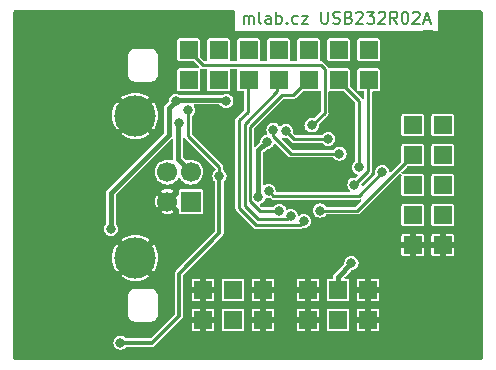
<source format=gbr>
%TF.GenerationSoftware,KiCad,Pcbnew,7.0.5.1-1-g8f565ef7f0-dirty-deb11*%
%TF.CreationDate,2023-07-07T14:49:03+00:00*%
%TF.ProjectId,USB232R02,55534232-3332-4523-9032-2e6b69636164,rev?*%
%TF.SameCoordinates,PX7f790e8PY698c050*%
%TF.FileFunction,Copper,L1,Top*%
%TF.FilePolarity,Positive*%
%FSLAX46Y46*%
G04 Gerber Fmt 4.6, Leading zero omitted, Abs format (unit mm)*
G04 Created by KiCad (PCBNEW 7.0.5.1-1-g8f565ef7f0-dirty-deb11) date 2023-07-07 14:49:03*
%MOMM*%
%LPD*%
G01*
G04 APERTURE LIST*
%ADD10C,0.200000*%
%TA.AperFunction,NonConductor*%
%ADD11C,0.200000*%
%TD*%
%TA.AperFunction,ComponentPad*%
%ADD12C,6.000000*%
%TD*%
%TA.AperFunction,ComponentPad*%
%ADD13R,1.700000X1.700000*%
%TD*%
%TA.AperFunction,ComponentPad*%
%ADD14C,1.700000*%
%TD*%
%TA.AperFunction,ComponentPad*%
%ADD15C,3.500000*%
%TD*%
%TA.AperFunction,ComponentPad*%
%ADD16R,1.524000X1.524000*%
%TD*%
%TA.AperFunction,ViaPad*%
%ADD17C,0.800000*%
%TD*%
%TA.AperFunction,Conductor*%
%ADD18C,0.400000*%
%TD*%
%TA.AperFunction,Conductor*%
%ADD19C,0.250000*%
%TD*%
%TA.AperFunction,Conductor*%
%ADD20C,0.300000*%
%TD*%
G04 APERTURE END LIST*
D10*
D11*
X14877857Y23821781D02*
X14877857Y24488448D01*
X14877857Y24393210D02*
X14925476Y24440829D01*
X14925476Y24440829D02*
X15020714Y24488448D01*
X15020714Y24488448D02*
X15163571Y24488448D01*
X15163571Y24488448D02*
X15258809Y24440829D01*
X15258809Y24440829D02*
X15306428Y24345591D01*
X15306428Y24345591D02*
X15306428Y23821781D01*
X15306428Y24345591D02*
X15354047Y24440829D01*
X15354047Y24440829D02*
X15449285Y24488448D01*
X15449285Y24488448D02*
X15592142Y24488448D01*
X15592142Y24488448D02*
X15687381Y24440829D01*
X15687381Y24440829D02*
X15735000Y24345591D01*
X15735000Y24345591D02*
X15735000Y23821781D01*
X16354047Y23821781D02*
X16258809Y23869400D01*
X16258809Y23869400D02*
X16211190Y23964639D01*
X16211190Y23964639D02*
X16211190Y24821781D01*
X17163571Y23821781D02*
X17163571Y24345591D01*
X17163571Y24345591D02*
X17115952Y24440829D01*
X17115952Y24440829D02*
X17020714Y24488448D01*
X17020714Y24488448D02*
X16830238Y24488448D01*
X16830238Y24488448D02*
X16735000Y24440829D01*
X17163571Y23869400D02*
X17068333Y23821781D01*
X17068333Y23821781D02*
X16830238Y23821781D01*
X16830238Y23821781D02*
X16735000Y23869400D01*
X16735000Y23869400D02*
X16687381Y23964639D01*
X16687381Y23964639D02*
X16687381Y24059877D01*
X16687381Y24059877D02*
X16735000Y24155115D01*
X16735000Y24155115D02*
X16830238Y24202734D01*
X16830238Y24202734D02*
X17068333Y24202734D01*
X17068333Y24202734D02*
X17163571Y24250353D01*
X17639762Y23821781D02*
X17639762Y24821781D01*
X17639762Y24440829D02*
X17735000Y24488448D01*
X17735000Y24488448D02*
X17925476Y24488448D01*
X17925476Y24488448D02*
X18020714Y24440829D01*
X18020714Y24440829D02*
X18068333Y24393210D01*
X18068333Y24393210D02*
X18115952Y24297972D01*
X18115952Y24297972D02*
X18115952Y24012258D01*
X18115952Y24012258D02*
X18068333Y23917020D01*
X18068333Y23917020D02*
X18020714Y23869400D01*
X18020714Y23869400D02*
X17925476Y23821781D01*
X17925476Y23821781D02*
X17735000Y23821781D01*
X17735000Y23821781D02*
X17639762Y23869400D01*
X18544524Y23917020D02*
X18592143Y23869400D01*
X18592143Y23869400D02*
X18544524Y23821781D01*
X18544524Y23821781D02*
X18496905Y23869400D01*
X18496905Y23869400D02*
X18544524Y23917020D01*
X18544524Y23917020D02*
X18544524Y23821781D01*
X19449285Y23869400D02*
X19354047Y23821781D01*
X19354047Y23821781D02*
X19163571Y23821781D01*
X19163571Y23821781D02*
X19068333Y23869400D01*
X19068333Y23869400D02*
X19020714Y23917020D01*
X19020714Y23917020D02*
X18973095Y24012258D01*
X18973095Y24012258D02*
X18973095Y24297972D01*
X18973095Y24297972D02*
X19020714Y24393210D01*
X19020714Y24393210D02*
X19068333Y24440829D01*
X19068333Y24440829D02*
X19163571Y24488448D01*
X19163571Y24488448D02*
X19354047Y24488448D01*
X19354047Y24488448D02*
X19449285Y24440829D01*
X19782619Y24488448D02*
X20306428Y24488448D01*
X20306428Y24488448D02*
X19782619Y23821781D01*
X19782619Y23821781D02*
X20306428Y23821781D01*
X21449286Y24821781D02*
X21449286Y24012258D01*
X21449286Y24012258D02*
X21496905Y23917020D01*
X21496905Y23917020D02*
X21544524Y23869400D01*
X21544524Y23869400D02*
X21639762Y23821781D01*
X21639762Y23821781D02*
X21830238Y23821781D01*
X21830238Y23821781D02*
X21925476Y23869400D01*
X21925476Y23869400D02*
X21973095Y23917020D01*
X21973095Y23917020D02*
X22020714Y24012258D01*
X22020714Y24012258D02*
X22020714Y24821781D01*
X22449286Y23869400D02*
X22592143Y23821781D01*
X22592143Y23821781D02*
X22830238Y23821781D01*
X22830238Y23821781D02*
X22925476Y23869400D01*
X22925476Y23869400D02*
X22973095Y23917020D01*
X22973095Y23917020D02*
X23020714Y24012258D01*
X23020714Y24012258D02*
X23020714Y24107496D01*
X23020714Y24107496D02*
X22973095Y24202734D01*
X22973095Y24202734D02*
X22925476Y24250353D01*
X22925476Y24250353D02*
X22830238Y24297972D01*
X22830238Y24297972D02*
X22639762Y24345591D01*
X22639762Y24345591D02*
X22544524Y24393210D01*
X22544524Y24393210D02*
X22496905Y24440829D01*
X22496905Y24440829D02*
X22449286Y24536067D01*
X22449286Y24536067D02*
X22449286Y24631305D01*
X22449286Y24631305D02*
X22496905Y24726543D01*
X22496905Y24726543D02*
X22544524Y24774162D01*
X22544524Y24774162D02*
X22639762Y24821781D01*
X22639762Y24821781D02*
X22877857Y24821781D01*
X22877857Y24821781D02*
X23020714Y24774162D01*
X23782619Y24345591D02*
X23925476Y24297972D01*
X23925476Y24297972D02*
X23973095Y24250353D01*
X23973095Y24250353D02*
X24020714Y24155115D01*
X24020714Y24155115D02*
X24020714Y24012258D01*
X24020714Y24012258D02*
X23973095Y23917020D01*
X23973095Y23917020D02*
X23925476Y23869400D01*
X23925476Y23869400D02*
X23830238Y23821781D01*
X23830238Y23821781D02*
X23449286Y23821781D01*
X23449286Y23821781D02*
X23449286Y24821781D01*
X23449286Y24821781D02*
X23782619Y24821781D01*
X23782619Y24821781D02*
X23877857Y24774162D01*
X23877857Y24774162D02*
X23925476Y24726543D01*
X23925476Y24726543D02*
X23973095Y24631305D01*
X23973095Y24631305D02*
X23973095Y24536067D01*
X23973095Y24536067D02*
X23925476Y24440829D01*
X23925476Y24440829D02*
X23877857Y24393210D01*
X23877857Y24393210D02*
X23782619Y24345591D01*
X23782619Y24345591D02*
X23449286Y24345591D01*
X24401667Y24726543D02*
X24449286Y24774162D01*
X24449286Y24774162D02*
X24544524Y24821781D01*
X24544524Y24821781D02*
X24782619Y24821781D01*
X24782619Y24821781D02*
X24877857Y24774162D01*
X24877857Y24774162D02*
X24925476Y24726543D01*
X24925476Y24726543D02*
X24973095Y24631305D01*
X24973095Y24631305D02*
X24973095Y24536067D01*
X24973095Y24536067D02*
X24925476Y24393210D01*
X24925476Y24393210D02*
X24354048Y23821781D01*
X24354048Y23821781D02*
X24973095Y23821781D01*
X25306429Y24821781D02*
X25925476Y24821781D01*
X25925476Y24821781D02*
X25592143Y24440829D01*
X25592143Y24440829D02*
X25735000Y24440829D01*
X25735000Y24440829D02*
X25830238Y24393210D01*
X25830238Y24393210D02*
X25877857Y24345591D01*
X25877857Y24345591D02*
X25925476Y24250353D01*
X25925476Y24250353D02*
X25925476Y24012258D01*
X25925476Y24012258D02*
X25877857Y23917020D01*
X25877857Y23917020D02*
X25830238Y23869400D01*
X25830238Y23869400D02*
X25735000Y23821781D01*
X25735000Y23821781D02*
X25449286Y23821781D01*
X25449286Y23821781D02*
X25354048Y23869400D01*
X25354048Y23869400D02*
X25306429Y23917020D01*
X26306429Y24726543D02*
X26354048Y24774162D01*
X26354048Y24774162D02*
X26449286Y24821781D01*
X26449286Y24821781D02*
X26687381Y24821781D01*
X26687381Y24821781D02*
X26782619Y24774162D01*
X26782619Y24774162D02*
X26830238Y24726543D01*
X26830238Y24726543D02*
X26877857Y24631305D01*
X26877857Y24631305D02*
X26877857Y24536067D01*
X26877857Y24536067D02*
X26830238Y24393210D01*
X26830238Y24393210D02*
X26258810Y23821781D01*
X26258810Y23821781D02*
X26877857Y23821781D01*
X27877857Y23821781D02*
X27544524Y24297972D01*
X27306429Y23821781D02*
X27306429Y24821781D01*
X27306429Y24821781D02*
X27687381Y24821781D01*
X27687381Y24821781D02*
X27782619Y24774162D01*
X27782619Y24774162D02*
X27830238Y24726543D01*
X27830238Y24726543D02*
X27877857Y24631305D01*
X27877857Y24631305D02*
X27877857Y24488448D01*
X27877857Y24488448D02*
X27830238Y24393210D01*
X27830238Y24393210D02*
X27782619Y24345591D01*
X27782619Y24345591D02*
X27687381Y24297972D01*
X27687381Y24297972D02*
X27306429Y24297972D01*
X28496905Y24821781D02*
X28592143Y24821781D01*
X28592143Y24821781D02*
X28687381Y24774162D01*
X28687381Y24774162D02*
X28735000Y24726543D01*
X28735000Y24726543D02*
X28782619Y24631305D01*
X28782619Y24631305D02*
X28830238Y24440829D01*
X28830238Y24440829D02*
X28830238Y24202734D01*
X28830238Y24202734D02*
X28782619Y24012258D01*
X28782619Y24012258D02*
X28735000Y23917020D01*
X28735000Y23917020D02*
X28687381Y23869400D01*
X28687381Y23869400D02*
X28592143Y23821781D01*
X28592143Y23821781D02*
X28496905Y23821781D01*
X28496905Y23821781D02*
X28401667Y23869400D01*
X28401667Y23869400D02*
X28354048Y23917020D01*
X28354048Y23917020D02*
X28306429Y24012258D01*
X28306429Y24012258D02*
X28258810Y24202734D01*
X28258810Y24202734D02*
X28258810Y24440829D01*
X28258810Y24440829D02*
X28306429Y24631305D01*
X28306429Y24631305D02*
X28354048Y24726543D01*
X28354048Y24726543D02*
X28401667Y24774162D01*
X28401667Y24774162D02*
X28496905Y24821781D01*
X29211191Y24726543D02*
X29258810Y24774162D01*
X29258810Y24774162D02*
X29354048Y24821781D01*
X29354048Y24821781D02*
X29592143Y24821781D01*
X29592143Y24821781D02*
X29687381Y24774162D01*
X29687381Y24774162D02*
X29735000Y24726543D01*
X29735000Y24726543D02*
X29782619Y24631305D01*
X29782619Y24631305D02*
X29782619Y24536067D01*
X29782619Y24536067D02*
X29735000Y24393210D01*
X29735000Y24393210D02*
X29163572Y23821781D01*
X29163572Y23821781D02*
X29782619Y23821781D01*
X30163572Y24107496D02*
X30639762Y24107496D01*
X30068334Y23821781D02*
X30401667Y24821781D01*
X30401667Y24821781D02*
X30735000Y23821781D01*
D12*
%TO.P,H3,1,1*%
%TO.N,GND*%
X0Y0D03*
%TD*%
D13*
%TO.P,J1,1,VBUS*%
%TO.N,/VBUS*%
X10414000Y8763000D03*
D14*
%TO.P,J1,2,D-*%
%TO.N,/D-*%
X10414000Y11263000D03*
%TO.P,J1,3,D+*%
%TO.N,/D+*%
X8414000Y11263000D03*
%TO.P,J1,4,GND*%
%TO.N,GND*%
X8414000Y8763000D03*
D15*
%TO.P,J1,5,Shield*%
X5704000Y3993000D03*
X5704000Y16033000D03*
%TD*%
D12*
%TO.P,H4,1,1*%
%TO.N,GND*%
X30480000Y0D03*
%TD*%
D16*
%TO.P,J3,1*%
%TO.N,GND*%
X20320000Y-1270000D03*
%TO.P,J3,2*%
X20320000Y1270000D03*
%TO.P,J3,3*%
%TO.N,+3V3*%
X22860000Y-1270000D03*
%TO.P,J3,4*%
X22860000Y1270000D03*
%TO.P,J3,5*%
%TO.N,GND*%
X25400000Y-1270000D03*
%TO.P,J3,6*%
X25400000Y1270000D03*
%TD*%
D12*
%TO.P,H1,1,1*%
%TO.N,GND*%
X30480000Y20320000D03*
%TD*%
%TO.P,H2,1,1*%
%TO.N,GND*%
X0Y20320000D03*
%TD*%
D16*
%TO.P,J18,1*%
%TO.N,/TXLED{slash}CBUS2*%
X10215000Y19074000D03*
%TO.P,J18,2*%
%TO.N,/RXLED{slash}CBUS1*%
X10215000Y21614000D03*
%TO.P,J18,3*%
%TO.N,/CBUS3*%
X12755000Y19074000D03*
%TO.P,J18,4*%
%TO.N,/CBUS0*%
X12755000Y21614000D03*
%TO.P,J18,5*%
%TO.N,/#RI*%
X15295000Y19074000D03*
%TO.P,J18,6*%
X15295000Y21614000D03*
%TO.P,J18,7*%
%TO.N,/#DSR*%
X17835000Y19074000D03*
%TO.P,J18,8*%
X17835000Y21614000D03*
%TO.P,J18,9*%
%TO.N,/#DCD*%
X20375000Y19074000D03*
%TO.P,J18,10*%
X20375000Y21614000D03*
%TO.P,J18,11*%
%TO.N,/#DTR*%
X22915000Y19074000D03*
%TO.P,J18,12*%
X22915000Y21614000D03*
%TO.P,J18,13*%
%TO.N,/VCCIO*%
X25455000Y19074000D03*
%TO.P,J18,14*%
X25455000Y21614000D03*
%TD*%
%TO.P,J19,1*%
%TO.N,/TXD*%
X29195000Y15254000D03*
%TO.P,J19,2*%
X31735000Y15254000D03*
%TO.P,J19,3*%
%TO.N,/RXD*%
X29195000Y12714000D03*
%TO.P,J19,4*%
X31735000Y12714000D03*
%TO.P,J19,5*%
%TO.N,/#CTS*%
X29195000Y10174000D03*
%TO.P,J19,6*%
X31735000Y10174000D03*
%TO.P,J19,7*%
%TO.N,/#RTS*%
X29195000Y7634000D03*
%TO.P,J19,8*%
X31735000Y7634000D03*
%TO.P,J19,9*%
%TO.N,GND*%
X29195000Y5094000D03*
%TO.P,J19,10*%
X31735000Y5094000D03*
%TD*%
%TO.P,J2,1*%
%TO.N,GND*%
X11430000Y-1270000D03*
%TO.P,J2,2*%
X11430000Y1270000D03*
%TO.P,J2,3*%
%TO.N,+5V*%
X13970000Y-1270000D03*
%TO.P,J2,4*%
X13970000Y1270000D03*
%TO.P,J2,5*%
%TO.N,GND*%
X16510000Y-1270000D03*
%TO.P,J2,6*%
X16510000Y1270000D03*
%TD*%
D17*
%TO.N,GND*%
X23913500Y14074000D03*
X11557000Y16599000D03*
X13589000Y12192000D03*
X9144000Y6223000D03*
X27178000Y3048000D03*
X22635000Y4074000D03*
X10287000Y6223000D03*
X19735000Y11474000D03*
X14410000Y6824000D03*
X14351000Y16730010D03*
X18510092Y16288119D03*
X9779000Y5080000D03*
%TO.N,+5V*%
X9135000Y17274000D03*
X3635000Y6449000D03*
X13410000Y17274000D03*
%TO.N,+3V3*%
X24003000Y3542000D03*
X16835000Y13799000D03*
X16129000Y9144000D03*
%TO.N,/VCCIO*%
X24257000Y10205000D03*
%TO.N,/D-*%
X9435500Y15390481D03*
%TO.N,/RXD*%
X21341186Y8007223D03*
%TO.N,/#CTS*%
X26598966Y11256339D03*
X16986495Y9658497D03*
%TO.N,/#DTR*%
X24638000Y11655000D03*
%TO.N,/#DSR*%
X18868108Y7547892D03*
%TO.N,/#DCD*%
X17906630Y7973500D03*
%TO.N,/#RI*%
X19960000Y7099000D03*
%TO.N,/RXLED{slash}CBUS1*%
X20631821Y15216383D03*
%TO.N,/TXLED{slash}CBUS2*%
X4445000Y-3175000D03*
X12827000Y10922000D03*
X10160000Y16510000D03*
%TO.N,/CBUS3*%
X22987000Y12827000D03*
X17399000Y14859000D03*
%TO.N,Net-(U2-~{RESET})*%
X22035000Y14074000D03*
X18460000Y14732000D03*
%TD*%
D18*
%TO.N,+5V*%
X8535000Y14374000D02*
X8535000Y16674000D01*
X9260000Y17399000D02*
X9135000Y17274000D01*
X13456670Y17176304D02*
X13233974Y17399000D01*
X13233974Y17399000D02*
X9260000Y17399000D01*
X8535000Y16674000D02*
X9135000Y17274000D01*
X3635000Y6449000D02*
X3635000Y9474000D01*
X3635000Y9474000D02*
X8535000Y14374000D01*
%TO.N,+3V3*%
X16133652Y13097652D02*
X16133652Y9148652D01*
X24003000Y3542000D02*
X22860000Y2399000D01*
X22860000Y2399000D02*
X22860000Y1270000D01*
X16133652Y9148652D02*
X16129000Y9144000D01*
X16835000Y13799000D02*
X16133652Y13097652D01*
D19*
%TO.N,/VCCIO*%
X25400000Y11343998D02*
X24261002Y10205000D01*
X24261002Y10205000D02*
X24257000Y10205000D01*
X25400000Y19050000D02*
X25400000Y11343998D01*
D18*
%TO.N,/D-*%
X9435500Y15390481D02*
X9335000Y15289981D01*
X9335000Y12342000D02*
X10414000Y11263000D01*
X9335000Y15289981D02*
X9335000Y12342000D01*
D19*
%TO.N,/RXD*%
X21341186Y8007223D02*
X24517223Y8007223D01*
X24517223Y8007223D02*
X29210000Y12700000D01*
%TO.N,/#CTS*%
X26598966Y11231966D02*
X26598966Y11256339D01*
X16986495Y9658497D02*
X17386494Y9258498D01*
X17386494Y9258498D02*
X24625498Y9258498D01*
X24625498Y9258498D02*
X26598966Y11231966D01*
%TO.N,/#DTR*%
X24638000Y11655000D02*
X24638000Y17272000D01*
X24638000Y17272000D02*
X22860000Y19050000D01*
%TO.N,/#DSR*%
X14953989Y15334989D02*
X14953989Y8414011D01*
X14953989Y8414011D02*
X16119000Y7249000D01*
X17780000Y19050000D02*
X17735000Y19005000D01*
X17735000Y18116000D02*
X14953989Y15334989D01*
X18569216Y7249000D02*
X18868108Y7547892D01*
X16119000Y7249000D02*
X18569216Y7249000D01*
X17735000Y19005000D02*
X17735000Y18116000D01*
%TO.N,/#DCD*%
X15403999Y8799999D02*
X15403999Y15076001D01*
X16230498Y7973500D02*
X15403999Y8799999D01*
X18101998Y17774000D02*
X19044000Y17774000D01*
X17906630Y7973500D02*
X16230498Y7973500D01*
X15403999Y15076001D02*
X18101998Y17774000D01*
X19044000Y17774000D02*
X20320000Y19050000D01*
%TO.N,/#RI*%
X19630991Y6769991D02*
X15961599Y6769991D01*
X19960000Y7099000D02*
X19630991Y6769991D01*
X15240000Y16383000D02*
X15240000Y19050000D01*
X14503979Y15646979D02*
X15240000Y16383000D01*
X15961599Y6769991D02*
X14503979Y8227611D01*
X14503979Y8227611D02*
X14503979Y15646979D01*
%TO.N,/RXLED{slash}CBUS1*%
X21735000Y16274000D02*
X21735000Y19974000D01*
X11430000Y20320000D02*
X10160000Y21590000D01*
X21389000Y20320000D02*
X11430000Y20320000D01*
X20631821Y15216383D02*
X20677383Y15216383D01*
X20677383Y15216383D02*
X21735000Y16274000D01*
X21735000Y19974000D02*
X21389000Y20320000D01*
D20*
%TO.N,/TXLED{slash}CBUS2*%
X7143500Y-3175000D02*
X9398000Y-920500D01*
D19*
X10160000Y14349000D02*
X12827000Y11682000D01*
D20*
X9398000Y-920500D02*
X9398000Y2667000D01*
D19*
X10160000Y16510000D02*
X10160000Y14349000D01*
D20*
X4445000Y-3175000D02*
X7143500Y-3175000D01*
X12827000Y6096000D02*
X12827000Y10922000D01*
D19*
X12827000Y11682000D02*
X12827000Y10922000D01*
D20*
X9398000Y2667000D02*
X12827000Y6096000D01*
D19*
%TO.N,/CBUS3*%
X17399000Y14859000D02*
X17399000Y14293315D01*
X17399000Y14293315D02*
X18865315Y12827000D01*
X18865315Y12827000D02*
X22987000Y12827000D01*
%TO.N,Net-(U2-~{RESET})*%
X19118000Y14074000D02*
X18460000Y14732000D01*
X22035000Y14074000D02*
X19118000Y14074000D01*
%TD*%
%TA.AperFunction,Conductor*%
%TO.N,GND*%
G36*
X21371790Y18145471D02*
G01*
X21405783Y18094597D01*
X21409500Y18067724D01*
X21409500Y16449835D01*
X21390593Y16391644D01*
X21380504Y16379831D01*
X20835048Y15834376D01*
X20780531Y15806599D01*
X20752123Y15806228D01*
X20686803Y15814827D01*
X20631822Y15822065D01*
X20631820Y15822065D01*
X20475062Y15801428D01*
X20475054Y15801426D01*
X20328982Y15740921D01*
X20328981Y15740921D01*
X20203544Y15644670D01*
X20203534Y15644660D01*
X20107283Y15519223D01*
X20107283Y15519222D01*
X20046778Y15373150D01*
X20046776Y15373142D01*
X20026139Y15216384D01*
X20026139Y15216383D01*
X20046776Y15059625D01*
X20046778Y15059617D01*
X20107283Y14913545D01*
X20107283Y14913544D01*
X20149136Y14859000D01*
X20203539Y14788101D01*
X20328980Y14691847D01*
X20328981Y14691847D01*
X20328982Y14691846D01*
X20475054Y14631341D01*
X20475059Y14631339D01*
X20592630Y14615861D01*
X20631820Y14610701D01*
X20631821Y14610701D01*
X20631822Y14610701D01*
X20663173Y14614829D01*
X20788583Y14631339D01*
X20934662Y14691847D01*
X21060103Y14788101D01*
X21156357Y14913542D01*
X21216865Y15059621D01*
X21237503Y15216383D01*
X21232265Y15256165D01*
X21243414Y15316323D01*
X21260410Y15339086D01*
X21953588Y16032263D01*
X21956766Y16035176D01*
X21988194Y16061545D01*
X22008712Y16097086D01*
X22011017Y16100704D01*
X22034554Y16134316D01*
X22034941Y16135764D01*
X22044838Y16159655D01*
X22045586Y16160952D01*
X22045585Y16160952D01*
X22045588Y16160955D01*
X22052713Y16201372D01*
X22053641Y16205557D01*
X22064263Y16245193D01*
X22060687Y16286066D01*
X22060500Y16290366D01*
X22060500Y18012500D01*
X22079407Y18070691D01*
X22128907Y18106655D01*
X22159500Y18111500D01*
X23297166Y18111500D01*
X23355357Y18092593D01*
X23367170Y18082504D01*
X24283504Y17166170D01*
X24311281Y17111653D01*
X24312500Y17096166D01*
X24312500Y12210972D01*
X24293593Y12152781D01*
X24273768Y12132430D01*
X24209718Y12083283D01*
X24113462Y11957840D01*
X24113462Y11957839D01*
X24052957Y11811767D01*
X24052955Y11811759D01*
X24032318Y11655001D01*
X24032318Y11655000D01*
X24052955Y11498242D01*
X24052957Y11498234D01*
X24113462Y11352162D01*
X24113462Y11352161D01*
X24206468Y11230953D01*
X24209718Y11226718D01*
X24335159Y11130464D01*
X24335160Y11130464D01*
X24335161Y11130463D01*
X24350564Y11124083D01*
X24459978Y11078762D01*
X24474737Y11072649D01*
X24521263Y11032913D01*
X24535547Y10973418D01*
X24512132Y10916890D01*
X24506856Y10911181D01*
X24423504Y10827829D01*
X24368987Y10800052D01*
X24340579Y10799680D01*
X24257001Y10810682D01*
X24256999Y10810682D01*
X24100241Y10790045D01*
X24100233Y10790043D01*
X23954161Y10729538D01*
X23954160Y10729538D01*
X23828723Y10633287D01*
X23828713Y10633277D01*
X23732462Y10507840D01*
X23732462Y10507839D01*
X23671957Y10361767D01*
X23671955Y10361759D01*
X23651318Y10205001D01*
X23651318Y10205000D01*
X23671955Y10048242D01*
X23671957Y10048234D01*
X23732462Y9902162D01*
X23732462Y9902161D01*
X23812534Y9797809D01*
X23828718Y9776718D01*
X23848499Y9761540D01*
X23883154Y9711115D01*
X23881552Y9649951D01*
X23844305Y9601409D01*
X23788231Y9583998D01*
X17688806Y9583998D01*
X17630615Y9602905D01*
X17594651Y9652405D01*
X17590653Y9670076D01*
X17578611Y9761540D01*
X17571539Y9815259D01*
X17511032Y9961336D01*
X17511032Y9961337D01*
X17414781Y10086774D01*
X17414780Y10086775D01*
X17414777Y10086779D01*
X17414772Y10086783D01*
X17414771Y10086784D01*
X17291559Y10181327D01*
X17289336Y10183033D01*
X17289335Y10183034D01*
X17289333Y10183035D01*
X17143261Y10243540D01*
X17143253Y10243542D01*
X16986496Y10264179D01*
X16986494Y10264179D01*
X16829736Y10243542D01*
X16829728Y10243540D01*
X16683656Y10183035D01*
X16682656Y10182457D01*
X16681846Y10182285D01*
X16677658Y10180550D01*
X16677336Y10181327D01*
X16622808Y10169733D01*
X16566911Y10194617D01*
X16536316Y10247604D01*
X16534152Y10268191D01*
X16534152Y12890753D01*
X16553059Y12948944D01*
X16563149Y12960757D01*
X16766715Y13164322D01*
X16821231Y13192099D01*
X16832447Y13192982D01*
X16834999Y13193319D01*
X16835000Y13193318D01*
X16991762Y13213956D01*
X17137841Y13274464D01*
X17263282Y13370718D01*
X17359536Y13496159D01*
X17413050Y13625356D01*
X17452785Y13671879D01*
X17512279Y13686163D01*
X17568808Y13662749D01*
X17574517Y13657472D01*
X18623572Y12608416D01*
X18626490Y12605231D01*
X18652859Y12573807D01*
X18652860Y12573806D01*
X18688388Y12553294D01*
X18692027Y12550975D01*
X18725626Y12527449D01*
X18725628Y12527448D01*
X18725631Y12527446D01*
X18727082Y12527058D01*
X18750974Y12517160D01*
X18751501Y12516857D01*
X18752270Y12516412D01*
X18792666Y12509290D01*
X18796863Y12508360D01*
X18836508Y12497736D01*
X18877392Y12501313D01*
X18881692Y12501500D01*
X22431030Y12501500D01*
X22489221Y12482593D01*
X22509570Y12462769D01*
X22558718Y12398718D01*
X22684159Y12302464D01*
X22684160Y12302464D01*
X22684161Y12302463D01*
X22797487Y12255522D01*
X22830238Y12241956D01*
X22947809Y12226478D01*
X22986999Y12221318D01*
X22987000Y12221318D01*
X22987001Y12221318D01*
X23018352Y12225446D01*
X23143762Y12241956D01*
X23289841Y12302464D01*
X23415282Y12398718D01*
X23511536Y12524159D01*
X23572044Y12670238D01*
X23592682Y12827000D01*
X23572044Y12983762D01*
X23511537Y13129839D01*
X23511537Y13129840D01*
X23415286Y13255277D01*
X23415285Y13255278D01*
X23415282Y13255282D01*
X23415277Y13255286D01*
X23415276Y13255287D01*
X23289838Y13351538D01*
X23143766Y13412043D01*
X23143758Y13412045D01*
X22987001Y13432682D01*
X22986999Y13432682D01*
X22830241Y13412045D01*
X22830233Y13412043D01*
X22684161Y13351538D01*
X22684160Y13351538D01*
X22558723Y13255287D01*
X22558714Y13255278D01*
X22520794Y13205859D01*
X22509729Y13191437D01*
X22509572Y13191233D01*
X22459148Y13156577D01*
X22431030Y13152500D01*
X19041149Y13152500D01*
X18982958Y13171407D01*
X18971145Y13181496D01*
X18147215Y14005426D01*
X18119438Y14059943D01*
X18129009Y14120375D01*
X18172274Y14163640D01*
X18232706Y14173211D01*
X18255100Y14166896D01*
X18303238Y14146956D01*
X18460000Y14126318D01*
X18540041Y14136857D01*
X18600199Y14125708D01*
X18622966Y14108708D01*
X18876257Y13855416D01*
X18879175Y13852231D01*
X18905544Y13820807D01*
X18905545Y13820806D01*
X18941073Y13800294D01*
X18944712Y13797975D01*
X18978311Y13774449D01*
X18978313Y13774448D01*
X18978316Y13774446D01*
X18978318Y13774446D01*
X18978319Y13774445D01*
X18979771Y13774056D01*
X19003651Y13764165D01*
X19004955Y13763412D01*
X19045351Y13756290D01*
X19049552Y13755359D01*
X19089194Y13744736D01*
X19130078Y13748313D01*
X19134378Y13748500D01*
X21479030Y13748500D01*
X21537221Y13729593D01*
X21557572Y13709767D01*
X21592024Y13664867D01*
X21606718Y13645718D01*
X21732159Y13549464D01*
X21732160Y13549464D01*
X21732161Y13549463D01*
X21861843Y13495747D01*
X21878238Y13488956D01*
X21995809Y13473478D01*
X22034999Y13468318D01*
X22035000Y13468318D01*
X22035001Y13468318D01*
X22066352Y13472446D01*
X22191762Y13488956D01*
X22337841Y13549464D01*
X22463282Y13645718D01*
X22559536Y13771159D01*
X22620044Y13917238D01*
X22640682Y14074000D01*
X22636102Y14108785D01*
X22628452Y14166894D01*
X22620044Y14230762D01*
X22617893Y14235955D01*
X22559537Y14376839D01*
X22559537Y14376840D01*
X22463286Y14502277D01*
X22463285Y14502278D01*
X22463282Y14502282D01*
X22463277Y14502286D01*
X22463276Y14502287D01*
X22337838Y14598538D01*
X22191766Y14659043D01*
X22191758Y14659045D01*
X22035001Y14679682D01*
X22034999Y14679682D01*
X21878241Y14659045D01*
X21878233Y14659043D01*
X21732161Y14598538D01*
X21732160Y14598538D01*
X21606723Y14502287D01*
X21606714Y14502278D01*
X21557572Y14438233D01*
X21507148Y14403577D01*
X21479030Y14399500D01*
X19293834Y14399500D01*
X19235643Y14418407D01*
X19223830Y14428496D01*
X19083292Y14569034D01*
X19055515Y14623551D01*
X19055143Y14651954D01*
X19065682Y14732000D01*
X19045044Y14888762D01*
X19023334Y14941175D01*
X18984537Y15034839D01*
X18984537Y15034840D01*
X18888286Y15160277D01*
X18888285Y15160278D01*
X18888282Y15160282D01*
X18888277Y15160286D01*
X18888276Y15160287D01*
X18762838Y15256538D01*
X18616766Y15317043D01*
X18616758Y15317045D01*
X18460001Y15337682D01*
X18459999Y15337682D01*
X18303241Y15317045D01*
X18303233Y15317043D01*
X18157161Y15256538D01*
X18157160Y15256538D01*
X18042921Y15168879D01*
X17985245Y15148455D01*
X17926579Y15165833D01*
X17904114Y15187152D01*
X17827282Y15287282D01*
X17827277Y15287286D01*
X17827276Y15287287D01*
X17756104Y15341899D01*
X17701841Y15383536D01*
X17701840Y15383537D01*
X17701838Y15383538D01*
X17555766Y15444043D01*
X17555758Y15444045D01*
X17399001Y15464682D01*
X17398999Y15464682D01*
X17242241Y15444045D01*
X17242233Y15444043D01*
X17096161Y15383538D01*
X17096160Y15383538D01*
X16970723Y15287287D01*
X16970713Y15287277D01*
X16874462Y15161840D01*
X16874462Y15161839D01*
X16813957Y15015767D01*
X16813955Y15015759D01*
X16793318Y14859001D01*
X16793318Y14859000D01*
X16813955Y14702242D01*
X16813957Y14702234D01*
X16874462Y14556162D01*
X16877706Y14550544D01*
X16875574Y14549313D01*
X16892449Y14501667D01*
X16875074Y14443000D01*
X16826534Y14405751D01*
X16806406Y14400918D01*
X16678240Y14384045D01*
X16678233Y14384043D01*
X16532161Y14323538D01*
X16532160Y14323538D01*
X16406723Y14227287D01*
X16406713Y14227277D01*
X16310462Y14101840D01*
X16310462Y14101839D01*
X16249957Y13955767D01*
X16249955Y13955759D01*
X16228471Y13792567D01*
X16226743Y13792795D01*
X16210411Y13742528D01*
X16200327Y13730722D01*
X16023841Y13554234D01*
X15898502Y13428895D01*
X15843985Y13401118D01*
X15783553Y13410689D01*
X15740288Y13453954D01*
X15729498Y13498899D01*
X15729498Y14900167D01*
X15748405Y14958358D01*
X15758494Y14970171D01*
X18207828Y17419504D01*
X18262345Y17447281D01*
X18277832Y17448500D01*
X19027626Y17448500D01*
X19031926Y17448313D01*
X19072807Y17444736D01*
X19112452Y17455360D01*
X19116650Y17456290D01*
X19157045Y17463412D01*
X19158345Y17464162D01*
X19182236Y17474058D01*
X19182464Y17474120D01*
X19183684Y17474446D01*
X19217303Y17497988D01*
X19220911Y17500286D01*
X19256455Y17520806D01*
X19282827Y17552237D01*
X19285726Y17555402D01*
X19718307Y17987981D01*
X19812831Y18082504D01*
X19867347Y18110281D01*
X19882834Y18111500D01*
X21156747Y18111500D01*
X21156748Y18111500D01*
X21215231Y18123133D01*
X21255498Y18150040D01*
X21314386Y18166648D01*
X21371790Y18145471D01*
G37*
%TD.AperFunction*%
%TA.AperFunction,Conductor*%
G36*
X14105596Y24926593D02*
G01*
X14141560Y24877093D01*
X14146405Y24846501D01*
X14146405Y23180643D01*
X14146406Y23180643D01*
X31323595Y23180643D01*
X31323596Y23180643D01*
X31323596Y24846501D01*
X31342503Y24904691D01*
X31392003Y24940655D01*
X31422596Y24945500D01*
X35006500Y24945500D01*
X35064691Y24926593D01*
X35100655Y24877093D01*
X35105500Y24846500D01*
X35105500Y-4526500D01*
X35086593Y-4584691D01*
X35037093Y-4620655D01*
X35006500Y-4625500D01*
X-4526500Y-4625500D01*
X-4584691Y-4606593D01*
X-4620655Y-4557093D01*
X-4625500Y-4526500D01*
X-4625500Y-768995D01*
X5049500Y-768995D01*
X5076420Y-904327D01*
X5076420Y-904329D01*
X5129222Y-1031806D01*
X5129228Y-1031817D01*
X5205885Y-1146541D01*
X5303458Y-1244114D01*
X5418182Y-1320771D01*
X5418193Y-1320777D01*
X5465283Y-1340282D01*
X5545672Y-1373580D01*
X5681007Y-1400500D01*
X5681008Y-1400500D01*
X7018992Y-1400500D01*
X7018993Y-1400500D01*
X7154328Y-1373580D01*
X7281811Y-1320775D01*
X7396542Y-1244114D01*
X7494114Y-1146542D01*
X7570775Y-1031811D01*
X7623580Y-904328D01*
X7650500Y-768993D01*
X7650500Y-700000D01*
X7650500Y-660118D01*
X7650500Y722590D01*
X7650500Y768993D01*
X7623580Y904328D01*
X7575668Y1019999D01*
X7570777Y1031807D01*
X7570771Y1031818D01*
X7494114Y1146542D01*
X7396541Y1244115D01*
X7281817Y1320772D01*
X7281806Y1320778D01*
X7154328Y1373580D01*
X7018995Y1400500D01*
X7018993Y1400500D01*
X6972590Y1400500D01*
X5789882Y1400500D01*
X5750000Y1400500D01*
X5681007Y1400500D01*
X5681004Y1400500D01*
X5545672Y1373580D01*
X5545670Y1373580D01*
X5418193Y1320778D01*
X5418182Y1320772D01*
X5303458Y1244115D01*
X5205885Y1146542D01*
X5129228Y1031818D01*
X5129222Y1031807D01*
X5076420Y904330D01*
X5076420Y904328D01*
X5049500Y768996D01*
X5049500Y-768995D01*
X-4625500Y-768995D01*
X-4625500Y3993000D01*
X3749019Y3993000D01*
X3768917Y3714783D01*
X3828210Y3442214D01*
X3925687Y3180872D01*
X3925691Y3180863D01*
X4059361Y2936062D01*
X4059366Y2936055D01*
X4159601Y2802157D01*
X4722542Y3365099D01*
X4770327Y3287923D01*
X4915782Y3128366D01*
X5073679Y3009128D01*
X4513155Y2448603D01*
X4647054Y2348367D01*
X4647061Y2348362D01*
X4891862Y2214692D01*
X4891871Y2214688D01*
X5153213Y2117211D01*
X5425782Y2057918D01*
X5703999Y2038020D01*
X5982217Y2057918D01*
X6254786Y2117211D01*
X6516128Y2214688D01*
X6516137Y2214692D01*
X6760932Y2348359D01*
X6894843Y2448603D01*
X6334319Y3009127D01*
X6492218Y3128366D01*
X6637673Y3287923D01*
X6685457Y3365097D01*
X7248397Y2802157D01*
X7348641Y2936068D01*
X7482308Y3180863D01*
X7482312Y3180872D01*
X7579789Y3442214D01*
X7639082Y3714783D01*
X7658980Y3993001D01*
X7639082Y4271218D01*
X7579789Y4543787D01*
X7482312Y4805129D01*
X7482308Y4805138D01*
X7348638Y5049939D01*
X7348633Y5049946D01*
X7248397Y5183845D01*
X6685456Y4620905D01*
X6637673Y4698077D01*
X6492218Y4857634D01*
X6334317Y4976874D01*
X6894843Y5537399D01*
X6760945Y5637634D01*
X6760938Y5637639D01*
X6516137Y5771309D01*
X6516128Y5771313D01*
X6254786Y5868790D01*
X5982217Y5928083D01*
X5704000Y5947981D01*
X5425782Y5928083D01*
X5153213Y5868790D01*
X4891871Y5771313D01*
X4891862Y5771309D01*
X4647062Y5637640D01*
X4513156Y5537398D01*
X5073680Y4976874D01*
X4915782Y4857634D01*
X4770327Y4698077D01*
X4722542Y4620904D01*
X4159602Y5183844D01*
X4059360Y5049938D01*
X3925691Y4805138D01*
X3925687Y4805129D01*
X3828210Y4543787D01*
X3768917Y4271218D01*
X3749019Y3993000D01*
X-4625500Y3993000D01*
X-4625500Y6449000D01*
X3029318Y6449000D01*
X3049955Y6292242D01*
X3049957Y6292234D01*
X3110462Y6146162D01*
X3110462Y6146161D01*
X3206713Y6020724D01*
X3206718Y6020718D01*
X3332159Y5924464D01*
X3332160Y5924464D01*
X3332161Y5924463D01*
X3449883Y5875701D01*
X3478238Y5863956D01*
X3595809Y5848478D01*
X3634999Y5843318D01*
X3635000Y5843318D01*
X3635001Y5843318D01*
X3666352Y5847446D01*
X3791762Y5863956D01*
X3937841Y5924464D01*
X4063282Y6020718D01*
X4159536Y6146159D01*
X4220044Y6292238D01*
X4240682Y6449000D01*
X4240299Y6451906D01*
X4234456Y6496288D01*
X4220044Y6605762D01*
X4193136Y6670724D01*
X4159537Y6751839D01*
X4159537Y6751840D01*
X4059332Y6882430D01*
X4060713Y6883491D01*
X4036719Y6930584D01*
X4035500Y6946071D01*
X4035500Y8762996D01*
X7358919Y8762996D01*
X7379190Y8557170D01*
X7379191Y8557164D01*
X7439232Y8359238D01*
X7439234Y8359233D01*
X7514975Y8217531D01*
X7960220Y8662776D01*
X7960467Y8659484D01*
X8011128Y8530402D01*
X8097586Y8421987D01*
X8212159Y8343873D01*
X8316301Y8311750D01*
X7868529Y7863977D01*
X8010232Y7788235D01*
X8010237Y7788233D01*
X8208163Y7728192D01*
X8208169Y7728191D01*
X8413996Y7707919D01*
X8414004Y7707919D01*
X8619830Y7728191D01*
X8619836Y7728192D01*
X8817762Y7788233D01*
X8959469Y7863977D01*
X8511019Y8312427D01*
X8551119Y8318471D01*
X8676054Y8378637D01*
X8777705Y8472955D01*
X8847039Y8593045D01*
X8863850Y8666704D01*
X9334504Y8196050D01*
X9362281Y8141533D01*
X9363500Y8126046D01*
X9363500Y7893254D01*
X9363501Y7893242D01*
X9375132Y7834773D01*
X9375134Y7834767D01*
X9406228Y7788233D01*
X9419448Y7768448D01*
X9485769Y7724133D01*
X9530231Y7715289D01*
X9544241Y7712502D01*
X9544246Y7712502D01*
X9544252Y7712500D01*
X9544253Y7712500D01*
X11283747Y7712500D01*
X11283748Y7712500D01*
X11342231Y7724133D01*
X11408552Y7768448D01*
X11452867Y7834769D01*
X11464500Y7893252D01*
X11464500Y9632748D01*
X11452867Y9691231D01*
X11408552Y9757552D01*
X11379860Y9776724D01*
X11342233Y9801866D01*
X11342231Y9801867D01*
X11342228Y9801868D01*
X11342227Y9801868D01*
X11283758Y9813499D01*
X11283748Y9813500D01*
X9544252Y9813500D01*
X9544251Y9813500D01*
X9544241Y9813499D01*
X9485772Y9801868D01*
X9485766Y9801866D01*
X9419451Y9757555D01*
X9419445Y9757549D01*
X9375134Y9691234D01*
X9375132Y9691228D01*
X9363501Y9632759D01*
X9363500Y9632747D01*
X9363500Y9399955D01*
X9344593Y9341764D01*
X9334504Y9329951D01*
X8867779Y8863228D01*
X8867533Y8866516D01*
X8816872Y8995598D01*
X8730414Y9104013D01*
X8615841Y9182127D01*
X8511696Y9214252D01*
X8959469Y9662025D01*
X8817767Y9737766D01*
X8817762Y9737768D01*
X8619836Y9797809D01*
X8619830Y9797810D01*
X8414004Y9818081D01*
X8413996Y9818081D01*
X8208169Y9797810D01*
X8208163Y9797809D01*
X8010237Y9737768D01*
X8010232Y9737766D01*
X7868528Y9662025D01*
X8316980Y9213573D01*
X8276881Y9207529D01*
X8151946Y9147363D01*
X8050295Y9053045D01*
X7980961Y8932955D01*
X7964149Y8859298D01*
X7514975Y9308472D01*
X7439234Y9166768D01*
X7439232Y9166763D01*
X7379191Y8968837D01*
X7379190Y8968831D01*
X7358919Y8763005D01*
X7358919Y8762996D01*
X4035500Y8762996D01*
X4035500Y9267101D01*
X4054407Y9325292D01*
X4064490Y9337099D01*
X8765498Y14038107D01*
X8820013Y14065882D01*
X8880445Y14056311D01*
X8923710Y14013046D01*
X8934500Y13968101D01*
X8934500Y12336364D01*
X8915593Y12278173D01*
X8866093Y12242209D01*
X8806762Y12241627D01*
X8619934Y12298301D01*
X8619929Y12298302D01*
X8414003Y12318583D01*
X8413997Y12318583D01*
X8208070Y12298302D01*
X8208065Y12298301D01*
X8010045Y12238232D01*
X7827547Y12140684D01*
X7667595Y12009415D01*
X7667585Y12009405D01*
X7536316Y11849453D01*
X7438768Y11666955D01*
X7378699Y11468935D01*
X7378698Y11468930D01*
X7358417Y11263004D01*
X7358417Y11262997D01*
X7378698Y11057071D01*
X7378699Y11057066D01*
X7438768Y10859046D01*
X7536316Y10676548D01*
X7583414Y10619159D01*
X7667590Y10516590D01*
X7667595Y10516586D01*
X7827547Y10385317D01*
X7827548Y10385317D01*
X7827550Y10385315D01*
X8010046Y10287768D01*
X8142451Y10247604D01*
X8208065Y10227700D01*
X8208070Y10227699D01*
X8413997Y10207417D01*
X8414000Y10207417D01*
X8414003Y10207417D01*
X8619929Y10227699D01*
X8619934Y10227700D01*
X8619934Y10227701D01*
X8817954Y10287768D01*
X9000450Y10385315D01*
X9160410Y10516590D01*
X9291685Y10676550D01*
X9326690Y10742041D01*
X9370796Y10784446D01*
X9431404Y10792829D01*
X9485365Y10763986D01*
X9501310Y10742040D01*
X9536316Y10676548D01*
X9583414Y10619159D01*
X9667590Y10516590D01*
X9667595Y10516586D01*
X9827547Y10385317D01*
X9827548Y10385317D01*
X9827550Y10385315D01*
X10010046Y10287768D01*
X10142451Y10247604D01*
X10208065Y10227700D01*
X10208070Y10227699D01*
X10413997Y10207417D01*
X10414000Y10207417D01*
X10414003Y10207417D01*
X10619929Y10227699D01*
X10619934Y10227700D01*
X10619934Y10227701D01*
X10817954Y10287768D01*
X11000450Y10385315D01*
X11160410Y10516590D01*
X11291685Y10676550D01*
X11389232Y10859046D01*
X11449300Y11057066D01*
X11449301Y11057071D01*
X11469583Y11262997D01*
X11469583Y11263004D01*
X11449301Y11468930D01*
X11449300Y11468935D01*
X11421924Y11559180D01*
X11389232Y11666954D01*
X11291685Y11849450D01*
X11283903Y11858932D01*
X11160414Y12009405D01*
X11160410Y12009410D01*
X11160404Y12009415D01*
X11000452Y12140684D01*
X10817954Y12238232D01*
X10619934Y12298301D01*
X10619929Y12298302D01*
X10414003Y12318583D01*
X10413997Y12318583D01*
X10208070Y12298302D01*
X10208062Y12298300D01*
X10063080Y12254321D01*
X10001907Y12255522D01*
X9964339Y12279055D01*
X9764496Y12478899D01*
X9736719Y12533415D01*
X9735500Y12548902D01*
X9735500Y14068700D01*
X9754407Y14126891D01*
X9803907Y14162855D01*
X9865093Y14162855D01*
X9898604Y14140247D01*
X9900170Y14142113D01*
X9938224Y14110182D01*
X9941410Y14107263D01*
X12472504Y11576170D01*
X12500281Y11521653D01*
X12501500Y11506166D01*
X12501500Y11477972D01*
X12482593Y11419781D01*
X12462768Y11399430D01*
X12398718Y11350283D01*
X12302462Y11224840D01*
X12302462Y11224839D01*
X12241957Y11078767D01*
X12241955Y11078759D01*
X12221318Y10922001D01*
X12221318Y10922000D01*
X12241955Y10765242D01*
X12241957Y10765234D01*
X12302462Y10619162D01*
X12302462Y10619161D01*
X12398713Y10493724D01*
X12398718Y10493718D01*
X12398722Y10493715D01*
X12437767Y10463755D01*
X12472423Y10413331D01*
X12476500Y10385213D01*
X12476500Y6282191D01*
X12457593Y6224000D01*
X12447504Y6212187D01*
X9183118Y2947802D01*
X9167265Y2934929D01*
X9157335Y2928441D01*
X9157332Y2928439D01*
X9136664Y2901886D01*
X9132605Y2897288D01*
X9129619Y2894302D01*
X9117539Y2877382D01*
X9116318Y2875744D01*
X9085482Y2836126D01*
X9081981Y2829657D01*
X9078759Y2823065D01*
X9064426Y2774924D01*
X9063802Y2772977D01*
X9047500Y2725490D01*
X9046293Y2718257D01*
X9045383Y2710955D01*
X9045383Y2710954D01*
X9047458Y2660767D01*
X9047500Y2658757D01*
X9047500Y-734310D01*
X9028593Y-792501D01*
X9018504Y-804314D01*
X7027314Y-2795504D01*
X6972797Y-2823281D01*
X6957310Y-2824500D01*
X4981787Y-2824500D01*
X4923596Y-2805593D01*
X4903245Y-2785767D01*
X4873285Y-2746722D01*
X4873282Y-2746718D01*
X4873277Y-2746714D01*
X4873276Y-2746713D01*
X4747838Y-2650462D01*
X4601766Y-2589957D01*
X4601758Y-2589955D01*
X4445001Y-2569318D01*
X4444999Y-2569318D01*
X4288241Y-2589955D01*
X4288233Y-2589957D01*
X4142161Y-2650462D01*
X4142160Y-2650462D01*
X4016723Y-2746713D01*
X4016713Y-2746723D01*
X3920462Y-2872160D01*
X3920462Y-2872161D01*
X3859957Y-3018233D01*
X3859955Y-3018241D01*
X3839318Y-3174999D01*
X3839318Y-3175000D01*
X3859955Y-3331758D01*
X3859957Y-3331766D01*
X3920462Y-3477838D01*
X3920462Y-3477839D01*
X4016713Y-3603276D01*
X4016718Y-3603282D01*
X4142159Y-3699536D01*
X4288238Y-3760044D01*
X4405809Y-3775522D01*
X4444999Y-3780682D01*
X4445000Y-3780682D01*
X4445001Y-3780682D01*
X4476352Y-3776554D01*
X4601762Y-3760044D01*
X4747841Y-3699536D01*
X4873282Y-3603282D01*
X4903245Y-3564232D01*
X4953669Y-3529577D01*
X4981787Y-3525500D01*
X7096881Y-3525500D01*
X7117196Y-3527607D01*
X7119344Y-3528057D01*
X7128815Y-3530043D01*
X7162212Y-3525879D01*
X7168337Y-3525500D01*
X7172543Y-3525500D01*
X7184115Y-3523568D01*
X7193049Y-3522077D01*
X7195053Y-3521785D01*
X7244893Y-3515573D01*
X7244896Y-3515571D01*
X7251929Y-3513477D01*
X7258873Y-3511093D01*
X7258881Y-3511092D01*
X7303070Y-3487176D01*
X7304858Y-3486257D01*
X7349982Y-3464199D01*
X7349982Y-3464198D01*
X7349984Y-3464198D01*
X7349985Y-3464196D01*
X7355970Y-3459923D01*
X7361755Y-3455420D01*
X7361755Y-3455419D01*
X7361758Y-3455418D01*
X7395776Y-3418463D01*
X7397140Y-3417040D01*
X8762480Y-2051700D01*
X10468000Y-2051700D01*
X10479603Y-2110036D01*
X10523806Y-2176189D01*
X10523810Y-2176193D01*
X10589963Y-2220396D01*
X10648299Y-2231999D01*
X10648303Y-2232000D01*
X11179999Y-2232000D01*
X11180000Y-2231999D01*
X11180000Y-1637532D01*
X11234960Y-1675004D01*
X11363002Y-1714500D01*
X11463312Y-1714500D01*
X11562499Y-1699550D01*
X11680000Y-1642964D01*
X11680000Y-2231999D01*
X11680001Y-2232000D01*
X12211697Y-2232000D01*
X12211700Y-2231999D01*
X12270036Y-2220396D01*
X12336189Y-2176193D01*
X12336193Y-2176189D01*
X12380396Y-2110036D01*
X12391990Y-2051746D01*
X13007500Y-2051746D01*
X13007501Y-2051758D01*
X13019094Y-2110036D01*
X13019133Y-2110231D01*
X13063448Y-2176552D01*
X13129769Y-2220867D01*
X13174231Y-2229711D01*
X13188241Y-2232498D01*
X13188246Y-2232498D01*
X13188252Y-2232500D01*
X13188253Y-2232500D01*
X14751747Y-2232500D01*
X14751748Y-2232500D01*
X14810231Y-2220867D01*
X14876552Y-2176552D01*
X14920867Y-2110231D01*
X14932500Y-2051748D01*
X14932500Y-2051700D01*
X15548000Y-2051700D01*
X15559603Y-2110036D01*
X15603806Y-2176189D01*
X15603810Y-2176193D01*
X15669963Y-2220396D01*
X15728299Y-2231999D01*
X15728303Y-2232000D01*
X16259999Y-2232000D01*
X16260000Y-2231999D01*
X16260000Y-1637532D01*
X16314960Y-1675004D01*
X16443002Y-1714500D01*
X16543312Y-1714500D01*
X16642499Y-1699550D01*
X16760000Y-1642964D01*
X16760000Y-2231999D01*
X16760001Y-2232000D01*
X17291697Y-2232000D01*
X17291700Y-2231999D01*
X17350036Y-2220396D01*
X17416189Y-2176193D01*
X17416193Y-2176189D01*
X17460396Y-2110036D01*
X17471999Y-2051700D01*
X19358000Y-2051700D01*
X19369603Y-2110036D01*
X19413806Y-2176189D01*
X19413810Y-2176193D01*
X19479963Y-2220396D01*
X19538299Y-2231999D01*
X19538303Y-2232000D01*
X20069999Y-2232000D01*
X20070000Y-2231999D01*
X20070000Y-1637532D01*
X20124960Y-1675004D01*
X20253002Y-1714500D01*
X20353312Y-1714500D01*
X20452499Y-1699550D01*
X20570000Y-1642964D01*
X20570000Y-2231999D01*
X20570001Y-2232000D01*
X21101697Y-2232000D01*
X21101700Y-2231999D01*
X21160036Y-2220396D01*
X21226189Y-2176193D01*
X21226193Y-2176189D01*
X21270396Y-2110036D01*
X21281990Y-2051746D01*
X21897500Y-2051746D01*
X21897501Y-2051758D01*
X21909094Y-2110036D01*
X21909133Y-2110231D01*
X21953448Y-2176552D01*
X22019769Y-2220867D01*
X22064231Y-2229711D01*
X22078241Y-2232498D01*
X22078246Y-2232498D01*
X22078252Y-2232500D01*
X22078253Y-2232500D01*
X23641747Y-2232500D01*
X23641748Y-2232500D01*
X23700231Y-2220867D01*
X23766552Y-2176552D01*
X23810867Y-2110231D01*
X23822500Y-2051748D01*
X23822500Y-2051700D01*
X24438000Y-2051700D01*
X24449603Y-2110036D01*
X24493806Y-2176189D01*
X24493810Y-2176193D01*
X24559963Y-2220396D01*
X24618299Y-2231999D01*
X24618303Y-2232000D01*
X25149999Y-2232000D01*
X25150000Y-2231999D01*
X25150000Y-1637532D01*
X25204960Y-1675004D01*
X25333002Y-1714500D01*
X25433312Y-1714500D01*
X25532499Y-1699550D01*
X25650000Y-1642964D01*
X25650000Y-2231999D01*
X25650001Y-2232000D01*
X26181697Y-2232000D01*
X26181700Y-2231999D01*
X26240036Y-2220396D01*
X26306189Y-2176193D01*
X26306193Y-2176189D01*
X26350396Y-2110036D01*
X26361999Y-2051700D01*
X26362000Y-2051697D01*
X26362000Y-1520001D01*
X26361999Y-1520000D01*
X25768927Y-1520000D01*
X25818447Y-1434228D01*
X25848264Y-1303593D01*
X25838251Y-1169972D01*
X25789297Y-1045240D01*
X25769169Y-1020000D01*
X26361999Y-1020000D01*
X26362000Y-1019999D01*
X26362000Y-488302D01*
X26361999Y-488299D01*
X26350396Y-429963D01*
X26306193Y-363810D01*
X26306189Y-363806D01*
X26240036Y-319603D01*
X26181700Y-308000D01*
X25650001Y-308000D01*
X25650000Y-308001D01*
X25650000Y-902467D01*
X25595040Y-864996D01*
X25466998Y-825500D01*
X25366688Y-825500D01*
X25267501Y-840450D01*
X25150000Y-897035D01*
X25150000Y-308001D01*
X25149999Y-308000D01*
X24618299Y-308000D01*
X24559963Y-319603D01*
X24493810Y-363806D01*
X24493806Y-363810D01*
X24449603Y-429963D01*
X24438000Y-488299D01*
X24438000Y-1019999D01*
X24438001Y-1020000D01*
X25031073Y-1020000D01*
X24981553Y-1105772D01*
X24951736Y-1236407D01*
X24961749Y-1370028D01*
X25010703Y-1494760D01*
X25030831Y-1520000D01*
X24438001Y-1520000D01*
X24438000Y-1520001D01*
X24438000Y-2051700D01*
X23822500Y-2051700D01*
X23822500Y-488252D01*
X23810867Y-429769D01*
X23766552Y-363448D01*
X23766548Y-363445D01*
X23700233Y-319134D01*
X23700231Y-319133D01*
X23700228Y-319132D01*
X23700227Y-319132D01*
X23641758Y-307501D01*
X23641748Y-307500D01*
X22078252Y-307500D01*
X22078251Y-307500D01*
X22078241Y-307501D01*
X22019772Y-319132D01*
X22019766Y-319134D01*
X21953451Y-363445D01*
X21953445Y-363451D01*
X21909134Y-429766D01*
X21909132Y-429772D01*
X21897501Y-488241D01*
X21897500Y-488253D01*
X21897500Y-2051746D01*
X21281990Y-2051746D01*
X21281999Y-2051700D01*
X21282000Y-2051697D01*
X21282000Y-1520001D01*
X21281999Y-1520000D01*
X20688927Y-1520000D01*
X20738447Y-1434228D01*
X20768264Y-1303593D01*
X20758251Y-1169972D01*
X20709297Y-1045240D01*
X20689169Y-1020000D01*
X21281999Y-1020000D01*
X21282000Y-1019999D01*
X21282000Y-488302D01*
X21281999Y-488299D01*
X21270396Y-429963D01*
X21226193Y-363810D01*
X21226189Y-363806D01*
X21160036Y-319603D01*
X21101700Y-308000D01*
X20570000Y-308000D01*
X20570000Y-902467D01*
X20515040Y-864996D01*
X20386998Y-825500D01*
X20286688Y-825500D01*
X20187501Y-840450D01*
X20070000Y-897035D01*
X20070000Y-308001D01*
X20069999Y-308000D01*
X19538299Y-308000D01*
X19479963Y-319603D01*
X19413810Y-363806D01*
X19413806Y-363810D01*
X19369603Y-429963D01*
X19358000Y-488299D01*
X19358000Y-1019999D01*
X19358001Y-1020000D01*
X19951073Y-1020000D01*
X19901553Y-1105772D01*
X19871736Y-1236407D01*
X19881749Y-1370028D01*
X19930703Y-1494760D01*
X19950831Y-1520000D01*
X19358001Y-1520000D01*
X19358000Y-1520001D01*
X19358000Y-2051700D01*
X17471999Y-2051700D01*
X17472000Y-2051697D01*
X17472000Y-1520000D01*
X16878927Y-1520000D01*
X16928447Y-1434228D01*
X16958264Y-1303593D01*
X16948251Y-1169972D01*
X16899297Y-1045240D01*
X16879169Y-1020000D01*
X17471999Y-1020000D01*
X17472000Y-1019999D01*
X17472000Y-488302D01*
X17471999Y-488299D01*
X17460396Y-429963D01*
X17416193Y-363810D01*
X17416189Y-363806D01*
X17350036Y-319603D01*
X17291700Y-308000D01*
X16760000Y-308000D01*
X16760000Y-902467D01*
X16705040Y-864996D01*
X16576998Y-825500D01*
X16476688Y-825500D01*
X16377501Y-840450D01*
X16260000Y-897035D01*
X16260000Y-308001D01*
X16259999Y-308000D01*
X15728299Y-308000D01*
X15669963Y-319603D01*
X15603810Y-363806D01*
X15603806Y-363810D01*
X15559603Y-429963D01*
X15548000Y-488299D01*
X15548000Y-1019999D01*
X15548001Y-1020000D01*
X16141073Y-1020000D01*
X16091553Y-1105772D01*
X16061736Y-1236407D01*
X16071749Y-1370028D01*
X16120703Y-1494760D01*
X16140831Y-1520000D01*
X15548001Y-1520000D01*
X15548000Y-1520001D01*
X15548000Y-2051700D01*
X14932500Y-2051700D01*
X14932500Y-488252D01*
X14920867Y-429769D01*
X14876552Y-363448D01*
X14876548Y-363445D01*
X14810233Y-319134D01*
X14810231Y-319133D01*
X14810228Y-319132D01*
X14810227Y-319132D01*
X14751758Y-307501D01*
X14751748Y-307500D01*
X13188252Y-307500D01*
X13188251Y-307500D01*
X13188241Y-307501D01*
X13129772Y-319132D01*
X13129766Y-319134D01*
X13063451Y-363445D01*
X13063445Y-363451D01*
X13019134Y-429766D01*
X13019132Y-429772D01*
X13007501Y-488241D01*
X13007500Y-488253D01*
X13007500Y-2051746D01*
X12391990Y-2051746D01*
X12391999Y-2051700D01*
X12392000Y-2051697D01*
X12392000Y-1520000D01*
X11798927Y-1520000D01*
X11848447Y-1434228D01*
X11878264Y-1303593D01*
X11868251Y-1169972D01*
X11819297Y-1045240D01*
X11799169Y-1020000D01*
X12391999Y-1020000D01*
X12392000Y-1019999D01*
X12392000Y-488302D01*
X12391999Y-488299D01*
X12380396Y-429963D01*
X12336193Y-363810D01*
X12336189Y-363806D01*
X12270036Y-319603D01*
X12211700Y-308000D01*
X11680001Y-308000D01*
X11680000Y-308001D01*
X11680000Y-902467D01*
X11625040Y-864996D01*
X11496998Y-825500D01*
X11396688Y-825500D01*
X11297501Y-840450D01*
X11180000Y-897035D01*
X11180000Y-308001D01*
X11179999Y-308000D01*
X10648299Y-308000D01*
X10589963Y-319603D01*
X10523810Y-363806D01*
X10523806Y-363810D01*
X10479603Y-429963D01*
X10468000Y-488299D01*
X10468000Y-1019999D01*
X10468001Y-1020000D01*
X11061073Y-1020000D01*
X11011553Y-1105772D01*
X10981736Y-1236407D01*
X10991749Y-1370028D01*
X11040703Y-1494760D01*
X11060831Y-1520000D01*
X10468001Y-1520000D01*
X10468000Y-1520001D01*
X10468000Y-2051700D01*
X8762480Y-2051700D01*
X9612884Y-1201296D01*
X9628734Y-1188426D01*
X9638669Y-1181937D01*
X9659338Y-1155379D01*
X9663388Y-1150792D01*
X9666375Y-1147807D01*
X9678462Y-1130875D01*
X9679661Y-1129269D01*
X9710517Y-1089626D01*
X9710517Y-1089623D01*
X9714014Y-1083162D01*
X9717239Y-1076567D01*
X9726565Y-1045240D01*
X9731578Y-1028399D01*
X9732175Y-1026538D01*
X9748500Y-978988D01*
X9748500Y-978984D01*
X9749706Y-971759D01*
X9750615Y-964459D01*
X9750617Y-964454D01*
X9748541Y-914267D01*
X9748500Y-912256D01*
X9748500Y488300D01*
X10468000Y488300D01*
X10479603Y429964D01*
X10523806Y363811D01*
X10523810Y363807D01*
X10589963Y319604D01*
X10648299Y308001D01*
X10648303Y308000D01*
X11179999Y308000D01*
X11180000Y308002D01*
X11180000Y902468D01*
X11234960Y864996D01*
X11363002Y825500D01*
X11463312Y825500D01*
X11562499Y840450D01*
X11680000Y897036D01*
X11680000Y308001D01*
X11680001Y308000D01*
X12211697Y308000D01*
X12211700Y308001D01*
X12270036Y319604D01*
X12336189Y363807D01*
X12336193Y363811D01*
X12380396Y429964D01*
X12391990Y488254D01*
X13007500Y488254D01*
X13007501Y488242D01*
X13019094Y429964D01*
X13019133Y429769D01*
X13063448Y363448D01*
X13129769Y319133D01*
X13174231Y310289D01*
X13188241Y307502D01*
X13188246Y307502D01*
X13188252Y307500D01*
X13188253Y307500D01*
X14751747Y307500D01*
X14751748Y307500D01*
X14810231Y319133D01*
X14876552Y363448D01*
X14920867Y429769D01*
X14932500Y488252D01*
X14932500Y488300D01*
X15548000Y488300D01*
X15559603Y429964D01*
X15603806Y363811D01*
X15603810Y363807D01*
X15669963Y319604D01*
X15728299Y308001D01*
X15728303Y308000D01*
X16259999Y308000D01*
X16260000Y308001D01*
X16260000Y902468D01*
X16314960Y864996D01*
X16443002Y825500D01*
X16543312Y825500D01*
X16642499Y840450D01*
X16760000Y897036D01*
X16760000Y308001D01*
X16760001Y308000D01*
X17291697Y308000D01*
X17291700Y308001D01*
X17350036Y319604D01*
X17416189Y363807D01*
X17416193Y363811D01*
X17460396Y429964D01*
X17471999Y488300D01*
X19358000Y488300D01*
X19369603Y429964D01*
X19413806Y363811D01*
X19413810Y363807D01*
X19479963Y319604D01*
X19538299Y308001D01*
X19538303Y308000D01*
X20069999Y308000D01*
X20070000Y308001D01*
X20070000Y902468D01*
X20124960Y864996D01*
X20253002Y825500D01*
X20353312Y825500D01*
X20452499Y840450D01*
X20570000Y897036D01*
X20570000Y308001D01*
X20570001Y308000D01*
X21101697Y308000D01*
X21101700Y308001D01*
X21160036Y319604D01*
X21226189Y363807D01*
X21226193Y363811D01*
X21270396Y429964D01*
X21281990Y488254D01*
X21897500Y488254D01*
X21897501Y488242D01*
X21909094Y429964D01*
X21909133Y429769D01*
X21953448Y363448D01*
X22019769Y319133D01*
X22064231Y310289D01*
X22078241Y307502D01*
X22078246Y307502D01*
X22078252Y307500D01*
X22078253Y307500D01*
X23641747Y307500D01*
X23641748Y307500D01*
X23700231Y319133D01*
X23766552Y363448D01*
X23810867Y429769D01*
X23822500Y488252D01*
X23822500Y488300D01*
X24438000Y488300D01*
X24449603Y429964D01*
X24493806Y363811D01*
X24493810Y363807D01*
X24559963Y319604D01*
X24618299Y308001D01*
X24618303Y308000D01*
X25149999Y308000D01*
X25150000Y308002D01*
X25150000Y902468D01*
X25204960Y864996D01*
X25333002Y825500D01*
X25433312Y825500D01*
X25532499Y840450D01*
X25650000Y897036D01*
X25650000Y308001D01*
X25650001Y308000D01*
X26181697Y308000D01*
X26181700Y308001D01*
X26240036Y319604D01*
X26306189Y363807D01*
X26306193Y363811D01*
X26350396Y429964D01*
X26361999Y488300D01*
X26362000Y488303D01*
X26362000Y1019999D01*
X26361999Y1020000D01*
X25768927Y1020000D01*
X25818447Y1105772D01*
X25848264Y1236407D01*
X25838251Y1370028D01*
X25789297Y1494760D01*
X25769169Y1520000D01*
X26361999Y1520000D01*
X26362000Y1520001D01*
X26362000Y2051698D01*
X26361999Y2051701D01*
X26350396Y2110037D01*
X26306193Y2176190D01*
X26306189Y2176194D01*
X26240036Y2220397D01*
X26181700Y2232000D01*
X25650000Y2232000D01*
X25650000Y1637533D01*
X25595040Y1675004D01*
X25466998Y1714500D01*
X25366688Y1714500D01*
X25267501Y1699550D01*
X25150000Y1642965D01*
X25150000Y2231999D01*
X25149999Y2232000D01*
X24618299Y2232000D01*
X24559963Y2220397D01*
X24493810Y2176194D01*
X24493806Y2176190D01*
X24449603Y2110037D01*
X24438000Y2051701D01*
X24438000Y1520001D01*
X24438001Y1520000D01*
X25031073Y1520000D01*
X24981553Y1434228D01*
X24951736Y1303593D01*
X24961749Y1169972D01*
X25010703Y1045240D01*
X25030831Y1020000D01*
X24438001Y1020000D01*
X24438000Y1019999D01*
X24438000Y488300D01*
X23822500Y488300D01*
X23822500Y2051748D01*
X23810867Y2110231D01*
X23766552Y2176552D01*
X23766548Y2176555D01*
X23700233Y2220866D01*
X23700231Y2220867D01*
X23700228Y2220868D01*
X23700227Y2220868D01*
X23641758Y2232499D01*
X23641748Y2232500D01*
X23641747Y2232500D01*
X23498900Y2232500D01*
X23440709Y2251407D01*
X23404745Y2300907D01*
X23404745Y2362093D01*
X23428896Y2401504D01*
X23934714Y2907322D01*
X23989231Y2935099D01*
X24000447Y2935982D01*
X24002999Y2936319D01*
X24003000Y2936318D01*
X24159762Y2956956D01*
X24305841Y3017464D01*
X24431282Y3113718D01*
X24527536Y3239159D01*
X24588044Y3385238D01*
X24608682Y3542000D01*
X24588044Y3698762D01*
X24527537Y3844839D01*
X24527537Y3844840D01*
X24431286Y3970277D01*
X24431285Y3970278D01*
X24431282Y3970282D01*
X24431277Y3970286D01*
X24431276Y3970287D01*
X24305838Y4066538D01*
X24159766Y4127043D01*
X24159758Y4127045D01*
X24003001Y4147682D01*
X24002999Y4147682D01*
X23846241Y4127045D01*
X23846233Y4127043D01*
X23700161Y4066538D01*
X23700160Y4066538D01*
X23574723Y3970287D01*
X23574713Y3970277D01*
X23478462Y3844840D01*
X23478462Y3844839D01*
X23417957Y3698767D01*
X23417955Y3698759D01*
X23396471Y3535567D01*
X23394742Y3535795D01*
X23378411Y3485529D01*
X23368322Y3473716D01*
X22554516Y2659909D01*
X22554515Y2659908D01*
X22531950Y2637342D01*
X22531948Y2637340D01*
X22520997Y2615849D01*
X22512887Y2602615D01*
X22498706Y2583094D01*
X22498701Y2583085D01*
X22491249Y2560148D01*
X22485305Y2545798D01*
X22474355Y2524309D01*
X22474352Y2524299D01*
X22470577Y2500471D01*
X22466953Y2485376D01*
X22459501Y2462438D01*
X22459500Y2462431D01*
X22459500Y2331500D01*
X22440593Y2273309D01*
X22391093Y2237345D01*
X22360500Y2232500D01*
X22078252Y2232500D01*
X22078251Y2232500D01*
X22078241Y2232499D01*
X22019772Y2220868D01*
X22019766Y2220866D01*
X21953451Y2176555D01*
X21953445Y2176549D01*
X21909134Y2110234D01*
X21909132Y2110228D01*
X21897501Y2051759D01*
X21897500Y2051747D01*
X21897500Y488254D01*
X21281990Y488254D01*
X21281999Y488300D01*
X21282000Y488303D01*
X21282000Y1019999D01*
X21281999Y1020000D01*
X20688927Y1020000D01*
X20738447Y1105772D01*
X20768264Y1236407D01*
X20758251Y1370028D01*
X20709297Y1494760D01*
X20689169Y1520000D01*
X21281999Y1520000D01*
X21282000Y1520001D01*
X21282000Y2051698D01*
X21281999Y2051701D01*
X21270396Y2110037D01*
X21226193Y2176190D01*
X21226189Y2176194D01*
X21160036Y2220397D01*
X21101700Y2232000D01*
X20570001Y2232000D01*
X20570000Y2231999D01*
X20570000Y1637533D01*
X20515040Y1675004D01*
X20386998Y1714500D01*
X20286688Y1714500D01*
X20187501Y1699550D01*
X20070000Y1642965D01*
X20070000Y2231999D01*
X20069999Y2232000D01*
X19538299Y2232000D01*
X19479963Y2220397D01*
X19413810Y2176194D01*
X19413806Y2176190D01*
X19369603Y2110037D01*
X19358000Y2051701D01*
X19358000Y1520001D01*
X19358001Y1520000D01*
X19951073Y1520000D01*
X19901553Y1434228D01*
X19871736Y1303593D01*
X19881749Y1169972D01*
X19930703Y1045240D01*
X19950831Y1020000D01*
X19358001Y1020000D01*
X19358000Y1019999D01*
X19358000Y488300D01*
X17471999Y488300D01*
X17472000Y488303D01*
X17472000Y1020000D01*
X16878927Y1020000D01*
X16928447Y1105772D01*
X16958264Y1236407D01*
X16948251Y1370028D01*
X16899297Y1494760D01*
X16879169Y1520000D01*
X17471999Y1520000D01*
X17472000Y1520001D01*
X17472000Y2051698D01*
X17471999Y2051701D01*
X17460396Y2110037D01*
X17416193Y2176190D01*
X17416189Y2176194D01*
X17350036Y2220397D01*
X17291700Y2232000D01*
X16760001Y2232000D01*
X16760000Y2231999D01*
X16760000Y1637533D01*
X16705040Y1675004D01*
X16576998Y1714500D01*
X16476688Y1714500D01*
X16377501Y1699550D01*
X16260000Y1642965D01*
X16260000Y2231999D01*
X16259999Y2232000D01*
X15728299Y2232000D01*
X15669963Y2220397D01*
X15603810Y2176194D01*
X15603806Y2176190D01*
X15559603Y2110037D01*
X15548000Y2051701D01*
X15548000Y1520001D01*
X15548001Y1520000D01*
X16141073Y1520000D01*
X16091553Y1434228D01*
X16061736Y1303593D01*
X16071749Y1169972D01*
X16120703Y1045240D01*
X16140831Y1020000D01*
X15548001Y1020000D01*
X15548000Y1019999D01*
X15548000Y488300D01*
X14932500Y488300D01*
X14932500Y2051748D01*
X14920867Y2110231D01*
X14876552Y2176552D01*
X14876548Y2176555D01*
X14810233Y2220866D01*
X14810231Y2220867D01*
X14810228Y2220868D01*
X14810227Y2220868D01*
X14751758Y2232499D01*
X14751748Y2232500D01*
X13188252Y2232500D01*
X13188251Y2232500D01*
X13188241Y2232499D01*
X13129772Y2220868D01*
X13129766Y2220866D01*
X13063451Y2176555D01*
X13063445Y2176549D01*
X13019134Y2110234D01*
X13019132Y2110228D01*
X13007501Y2051759D01*
X13007500Y2051747D01*
X13007500Y488254D01*
X12391990Y488254D01*
X12391999Y488300D01*
X12392000Y488303D01*
X12392000Y1020000D01*
X11798927Y1020000D01*
X11848447Y1105772D01*
X11878264Y1236407D01*
X11868251Y1370028D01*
X11819297Y1494760D01*
X11799169Y1520000D01*
X12391999Y1520000D01*
X12392000Y1520001D01*
X12392000Y2051698D01*
X12391999Y2051701D01*
X12380396Y2110037D01*
X12336193Y2176190D01*
X12336189Y2176194D01*
X12270036Y2220397D01*
X12211700Y2232000D01*
X11680000Y2232000D01*
X11680000Y1637533D01*
X11625040Y1675004D01*
X11496998Y1714500D01*
X11396688Y1714500D01*
X11297501Y1699550D01*
X11180000Y1642965D01*
X11180000Y2231999D01*
X11179999Y2232000D01*
X10648299Y2232000D01*
X10589963Y2220397D01*
X10523810Y2176194D01*
X10523806Y2176190D01*
X10479603Y2110037D01*
X10468000Y2051701D01*
X10468000Y1520001D01*
X10468001Y1520000D01*
X11061073Y1520000D01*
X11011553Y1434228D01*
X10981736Y1303593D01*
X10991749Y1169972D01*
X11040703Y1045240D01*
X11060831Y1020000D01*
X10468001Y1020000D01*
X10468000Y1019999D01*
X10468000Y488300D01*
X9748500Y488300D01*
X9748500Y2480811D01*
X9767407Y2539002D01*
X9777490Y2550809D01*
X12070679Y4843999D01*
X28232999Y4843999D01*
X28233000Y4312303D01*
X28233000Y4312300D01*
X28244603Y4253964D01*
X28288806Y4187811D01*
X28288810Y4187807D01*
X28354963Y4143604D01*
X28413299Y4132001D01*
X28413303Y4132000D01*
X28944999Y4132000D01*
X28945000Y4132001D01*
X28945000Y4726468D01*
X28999960Y4688996D01*
X29128002Y4649500D01*
X29228312Y4649500D01*
X29327499Y4664450D01*
X29445000Y4721036D01*
X29445000Y4132001D01*
X29445001Y4132000D01*
X29976697Y4132000D01*
X29976700Y4132001D01*
X30035036Y4143604D01*
X30101189Y4187807D01*
X30101193Y4187811D01*
X30145396Y4253964D01*
X30156999Y4312300D01*
X30773000Y4312300D01*
X30784603Y4253964D01*
X30828806Y4187811D01*
X30828810Y4187807D01*
X30894963Y4143604D01*
X30953299Y4132001D01*
X30953303Y4132000D01*
X31484999Y4132000D01*
X31485000Y4132001D01*
X31485000Y4726468D01*
X31539960Y4688996D01*
X31668002Y4649500D01*
X31768312Y4649500D01*
X31867499Y4664450D01*
X31985000Y4721036D01*
X31985000Y4132001D01*
X31985001Y4132000D01*
X32516697Y4132000D01*
X32516700Y4132001D01*
X32575036Y4143604D01*
X32641189Y4187807D01*
X32641193Y4187811D01*
X32685396Y4253964D01*
X32696999Y4312300D01*
X32697000Y4312303D01*
X32696999Y4844000D01*
X32103927Y4844000D01*
X32153447Y4929772D01*
X32183264Y5060407D01*
X32173251Y5194028D01*
X32124297Y5318760D01*
X32104169Y5344000D01*
X32696999Y5344000D01*
X32696999Y5344001D01*
X32697000Y5875698D01*
X32696999Y5875701D01*
X32685396Y5934037D01*
X32641193Y6000190D01*
X32641189Y6000194D01*
X32575036Y6044397D01*
X32516700Y6056000D01*
X31985001Y6056000D01*
X31985000Y6055999D01*
X31985000Y5461533D01*
X31930040Y5499004D01*
X31801998Y5538500D01*
X31701688Y5538500D01*
X31602501Y5523550D01*
X31485000Y5466965D01*
X31485000Y6055999D01*
X31484999Y6056000D01*
X30953299Y6056000D01*
X30894963Y6044397D01*
X30828810Y6000194D01*
X30828806Y6000190D01*
X30784603Y5934037D01*
X30773000Y5875701D01*
X30773000Y5344001D01*
X30773001Y5344000D01*
X31366073Y5344000D01*
X31316553Y5258228D01*
X31286736Y5127593D01*
X31296749Y4993972D01*
X31345703Y4869240D01*
X31365831Y4844000D01*
X30773000Y4844000D01*
X30773000Y4312300D01*
X30156999Y4312300D01*
X30157000Y4312303D01*
X30157000Y4843999D01*
X30156999Y4844000D01*
X29563927Y4844000D01*
X29613447Y4929772D01*
X29643264Y5060407D01*
X29633251Y5194028D01*
X29584297Y5318760D01*
X29564169Y5344000D01*
X30156999Y5344000D01*
X30157000Y5344001D01*
X30157000Y5875698D01*
X30156999Y5875701D01*
X30145396Y5934037D01*
X30101193Y6000190D01*
X30101189Y6000194D01*
X30035036Y6044397D01*
X29976700Y6056000D01*
X29445001Y6056000D01*
X29445000Y6055999D01*
X29445000Y5461533D01*
X29390040Y5499004D01*
X29261998Y5538500D01*
X29161688Y5538500D01*
X29062501Y5523550D01*
X28945000Y5466965D01*
X28945000Y6055999D01*
X28944999Y6056000D01*
X28413299Y6056000D01*
X28354963Y6044397D01*
X28288810Y6000194D01*
X28288806Y6000190D01*
X28244603Y5934037D01*
X28233000Y5875701D01*
X28233000Y5875698D01*
X28232999Y5344001D01*
X28233001Y5344000D01*
X28826073Y5344000D01*
X28776553Y5258228D01*
X28746736Y5127593D01*
X28756749Y4993972D01*
X28805703Y4869240D01*
X28825831Y4844000D01*
X28233001Y4844000D01*
X28232999Y4843999D01*
X12070679Y4843999D01*
X13041884Y5815204D01*
X13057734Y5828074D01*
X13067669Y5834563D01*
X13088338Y5861121D01*
X13092388Y5865708D01*
X13095375Y5868693D01*
X13107487Y5885660D01*
X13108630Y5887193D01*
X13139517Y5926874D01*
X13139517Y5926877D01*
X13143008Y5933327D01*
X13146237Y5939931D01*
X13146237Y5939932D01*
X13146239Y5939934D01*
X13160566Y5988059D01*
X13161191Y5990009D01*
X13164688Y6000194D01*
X13177500Y6037512D01*
X13177500Y6037515D01*
X13178706Y6044741D01*
X13179615Y6052041D01*
X13179617Y6052046D01*
X13177541Y6102233D01*
X13177500Y6104244D01*
X13177500Y10385213D01*
X13196407Y10443404D01*
X13216233Y10463755D01*
X13255282Y10493718D01*
X13351536Y10619159D01*
X13412044Y10765238D01*
X13432682Y10922000D01*
X13412044Y11078762D01*
X13400614Y11106357D01*
X13351537Y11224839D01*
X13351537Y11224840D01*
X13255281Y11350283D01*
X13191232Y11399430D01*
X13156577Y11449855D01*
X13152500Y11477972D01*
X13152500Y11665627D01*
X13152687Y11669928D01*
X13156264Y11710807D01*
X13145640Y11750452D01*
X13144710Y11754652D01*
X13137588Y11795045D01*
X13136840Y11796341D01*
X13126942Y11820233D01*
X13126554Y11821684D01*
X13126552Y11821687D01*
X13126551Y11821689D01*
X13103025Y11855288D01*
X13100703Y11858932D01*
X13080193Y11894457D01*
X13059069Y11912181D01*
X13048765Y11920827D01*
X13045588Y11923739D01*
X10514496Y14454830D01*
X10486719Y14509347D01*
X10485500Y14524834D01*
X10485500Y15954030D01*
X10504407Y16012221D01*
X10524233Y16032572D01*
X10528372Y16035748D01*
X10588282Y16081718D01*
X10684536Y16207159D01*
X10745044Y16353238D01*
X10765682Y16510000D01*
X10745044Y16666762D01*
X10744539Y16667982D01*
X10684538Y16812837D01*
X10684537Y16812838D01*
X10684536Y16812841D01*
X10664283Y16839235D01*
X10643861Y16896909D01*
X10661239Y16955575D01*
X10709781Y16992822D01*
X10742827Y16998500D01*
X12815664Y16998500D01*
X12873855Y16979593D01*
X12894203Y16959770D01*
X12981718Y16845718D01*
X12981722Y16845715D01*
X12981723Y16845714D01*
X12990169Y16839233D01*
X13107159Y16749464D01*
X13107160Y16749464D01*
X13107161Y16749463D01*
X13136192Y16737438D01*
X13253238Y16688956D01*
X13370809Y16673478D01*
X13409999Y16668318D01*
X13410000Y16668318D01*
X13410001Y16668318D01*
X13444720Y16672889D01*
X13566762Y16688956D01*
X13712841Y16749464D01*
X13838282Y16845718D01*
X13934536Y16971159D01*
X13995044Y17117238D01*
X14015682Y17274000D01*
X13995044Y17430762D01*
X13977110Y17474058D01*
X13934537Y17576839D01*
X13934537Y17576840D01*
X13838286Y17702277D01*
X13838285Y17702278D01*
X13838282Y17702282D01*
X13838277Y17702286D01*
X13838276Y17702287D01*
X13712838Y17798538D01*
X13566766Y17859043D01*
X13566758Y17859045D01*
X13410001Y17879682D01*
X13409999Y17879682D01*
X13253241Y17859045D01*
X13253238Y17859045D01*
X13253238Y17859044D01*
X13137996Y17811309D01*
X13127680Y17807036D01*
X13089794Y17799500D01*
X9455206Y17799500D01*
X9417320Y17807036D01*
X9291762Y17859044D01*
X9291759Y17859045D01*
X9291758Y17859045D01*
X9135001Y17879682D01*
X9134999Y17879682D01*
X8978241Y17859045D01*
X8978233Y17859043D01*
X8832161Y17798538D01*
X8832160Y17798538D01*
X8706723Y17702287D01*
X8706713Y17702277D01*
X8610462Y17576840D01*
X8610462Y17576839D01*
X8549957Y17430767D01*
X8549955Y17430759D01*
X8528471Y17267567D01*
X8526743Y17267795D01*
X8510411Y17217528D01*
X8500327Y17205722D01*
X8322353Y17027746D01*
X8229515Y16934908D01*
X8206950Y16912342D01*
X8206948Y16912340D01*
X8195997Y16890849D01*
X8187887Y16877615D01*
X8173706Y16858094D01*
X8173701Y16858085D01*
X8166249Y16835148D01*
X8160305Y16820798D01*
X8149355Y16799309D01*
X8149352Y16799299D01*
X8145577Y16775471D01*
X8141953Y16760376D01*
X8134501Y16737438D01*
X8134500Y16737431D01*
X8134500Y14580901D01*
X8115593Y14522710D01*
X8105504Y14510897D01*
X3329515Y9734908D01*
X3306950Y9712342D01*
X3306948Y9712340D01*
X3295997Y9690849D01*
X3287887Y9677615D01*
X3273706Y9658094D01*
X3273701Y9658085D01*
X3266249Y9635148D01*
X3260305Y9620798D01*
X3249355Y9599309D01*
X3249352Y9599299D01*
X3245577Y9575471D01*
X3241953Y9560376D01*
X3234501Y9537438D01*
X3234500Y9537431D01*
X3234500Y6946071D01*
X3215593Y6887880D01*
X3208276Y6879313D01*
X3110462Y6751840D01*
X3110462Y6751839D01*
X3049957Y6605767D01*
X3049955Y6605759D01*
X3029318Y6449001D01*
X3029318Y6449000D01*
X-4625500Y6449000D01*
X-4625500Y16033000D01*
X3749019Y16033000D01*
X3768917Y15754783D01*
X3828210Y15482214D01*
X3925687Y15220872D01*
X3925691Y15220863D01*
X4059361Y14976062D01*
X4059366Y14976055D01*
X4159601Y14842157D01*
X4722542Y15405099D01*
X4770327Y15327923D01*
X4915782Y15168366D01*
X5073679Y15049128D01*
X4513155Y14488603D01*
X4647054Y14388367D01*
X4647061Y14388362D01*
X4891862Y14254692D01*
X4891871Y14254688D01*
X5153213Y14157211D01*
X5425782Y14097918D01*
X5703999Y14078020D01*
X5982217Y14097918D01*
X6254786Y14157211D01*
X6516128Y14254688D01*
X6516137Y14254692D01*
X6760932Y14388359D01*
X6894843Y14488603D01*
X6334319Y15049127D01*
X6492218Y15168366D01*
X6637673Y15327923D01*
X6685457Y15405097D01*
X7248397Y14842157D01*
X7348641Y14976068D01*
X7482308Y15220863D01*
X7482312Y15220872D01*
X7579789Y15482214D01*
X7639082Y15754783D01*
X7658980Y16033001D01*
X7639082Y16311218D01*
X7579789Y16583787D01*
X7482312Y16845129D01*
X7482308Y16845138D01*
X7348638Y17089939D01*
X7348633Y17089946D01*
X7248397Y17223845D01*
X6685456Y16660905D01*
X6637673Y16738077D01*
X6492218Y16897634D01*
X6334317Y17016874D01*
X6894843Y17577399D01*
X6760945Y17677634D01*
X6760938Y17677639D01*
X6516137Y17811309D01*
X6516128Y17811313D01*
X6254786Y17908790D01*
X5982217Y17968083D01*
X5703999Y17987981D01*
X5425782Y17968083D01*
X5153213Y17908790D01*
X4891871Y17811313D01*
X4891862Y17811309D01*
X4647062Y17677640D01*
X4513156Y17577398D01*
X5073680Y17016874D01*
X4915782Y16897634D01*
X4770327Y16738077D01*
X4722542Y16660904D01*
X4159602Y17223844D01*
X4059360Y17089938D01*
X3925691Y16845138D01*
X3925687Y16845129D01*
X3828210Y16583787D01*
X3768917Y16311218D01*
X3749019Y16033000D01*
X-4625500Y16033000D01*
X-4625500Y18292254D01*
X9252500Y18292254D01*
X9252501Y18292242D01*
X9264132Y18233773D01*
X9264133Y18233769D01*
X9308448Y18167448D01*
X9374769Y18123133D01*
X9414495Y18115231D01*
X9433241Y18111502D01*
X9433246Y18111502D01*
X9433252Y18111500D01*
X9433253Y18111500D01*
X10996747Y18111500D01*
X10996748Y18111500D01*
X11055231Y18123133D01*
X11121552Y18167448D01*
X11165867Y18233769D01*
X11177500Y18292252D01*
X11177500Y19855748D01*
X11177499Y19855754D01*
X11177499Y19855756D01*
X11167603Y19905502D01*
X11174793Y19966264D01*
X11216325Y20011194D01*
X11276334Y20023132D01*
X11290307Y20020449D01*
X11290314Y20020447D01*
X11290316Y20020446D01*
X11291761Y20020059D01*
X11315659Y20010160D01*
X11316954Y20009412D01*
X11325854Y20007843D01*
X11357365Y20002287D01*
X11361544Y20001362D01*
X11401193Y19990737D01*
X11442065Y19994313D01*
X11446365Y19994500D01*
X11699468Y19994500D01*
X11757659Y19975593D01*
X11793623Y19926093D01*
X11796565Y19876183D01*
X11792500Y19855754D01*
X11792500Y18292254D01*
X11792501Y18292242D01*
X11804132Y18233773D01*
X11804133Y18233769D01*
X11848448Y18167448D01*
X11914769Y18123133D01*
X11954495Y18115231D01*
X11973241Y18111502D01*
X11973246Y18111502D01*
X11973252Y18111500D01*
X11973253Y18111500D01*
X13536747Y18111500D01*
X13536748Y18111500D01*
X13595231Y18123133D01*
X13661552Y18167448D01*
X13705867Y18233769D01*
X13717500Y18292252D01*
X13717500Y19855748D01*
X13717498Y19855756D01*
X13713435Y19876183D01*
X13720625Y19936945D01*
X13762156Y19981876D01*
X13810532Y19994500D01*
X14239468Y19994500D01*
X14297659Y19975593D01*
X14333623Y19926093D01*
X14336565Y19876183D01*
X14332500Y19855754D01*
X14332500Y18292254D01*
X14332501Y18292242D01*
X14344132Y18233773D01*
X14344133Y18233769D01*
X14388448Y18167448D01*
X14454769Y18123133D01*
X14494495Y18115231D01*
X14513241Y18111502D01*
X14513246Y18111502D01*
X14513252Y18111500D01*
X14815500Y18111500D01*
X14873691Y18092593D01*
X14909655Y18043093D01*
X14914500Y18012500D01*
X14914500Y16558835D01*
X14895593Y16500644D01*
X14885504Y16488831D01*
X14285392Y15888720D01*
X14282207Y15885803D01*
X14250786Y15859437D01*
X14250785Y15859435D01*
X14230271Y15823904D01*
X14227951Y15820263D01*
X14204425Y15786663D01*
X14204421Y15786655D01*
X14204030Y15785193D01*
X14194149Y15761339D01*
X14193393Y15760031D01*
X14193389Y15760019D01*
X14186266Y15719630D01*
X14185332Y15715415D01*
X14174715Y15675792D01*
X14174715Y15675786D01*
X14178291Y15634907D01*
X14178479Y15630606D01*
X14178479Y8243986D01*
X14178291Y8239684D01*
X14175149Y8203767D01*
X14174715Y8198805D01*
X14185333Y8159175D01*
X14186268Y8154959D01*
X14193390Y8114566D01*
X14194143Y8113263D01*
X14204033Y8089387D01*
X14204422Y8087932D01*
X14204425Y8087927D01*
X14215277Y8072428D01*
X14227950Y8054330D01*
X14230271Y8050687D01*
X14250785Y8015156D01*
X14282203Y7988793D01*
X14285389Y7985874D01*
X15719856Y6551407D01*
X15722774Y6548222D01*
X15749143Y6516798D01*
X15749144Y6516797D01*
X15784672Y6496285D01*
X15788311Y6493966D01*
X15821910Y6470440D01*
X15821912Y6470439D01*
X15821915Y6470437D01*
X15823366Y6470049D01*
X15847258Y6460151D01*
X15847785Y6459848D01*
X15848554Y6459403D01*
X15888950Y6452281D01*
X15893147Y6451351D01*
X15932792Y6440727D01*
X15973672Y6444304D01*
X15977973Y6444491D01*
X19614617Y6444491D01*
X19618917Y6444304D01*
X19659798Y6440727D01*
X19699443Y6451351D01*
X19703641Y6452281D01*
X19744036Y6459403D01*
X19744038Y6459404D01*
X19745336Y6460153D01*
X19769227Y6470049D01*
X19769455Y6470111D01*
X19770675Y6470437D01*
X19796607Y6488596D01*
X19855116Y6506485D01*
X19866306Y6505654D01*
X19960000Y6493318D01*
X20116762Y6513956D01*
X20262841Y6574464D01*
X20388282Y6670718D01*
X20484536Y6796159D01*
X20507771Y6852254D01*
X28232500Y6852254D01*
X28232501Y6852242D01*
X28244132Y6793773D01*
X28244134Y6793767D01*
X28272150Y6751839D01*
X28288448Y6727448D01*
X28354769Y6683133D01*
X28399231Y6674289D01*
X28413241Y6671502D01*
X28413246Y6671502D01*
X28413252Y6671500D01*
X28413253Y6671500D01*
X29976747Y6671500D01*
X29976748Y6671500D01*
X30035231Y6683133D01*
X30101552Y6727448D01*
X30145867Y6793769D01*
X30157500Y6852252D01*
X30157500Y6852254D01*
X30772500Y6852254D01*
X30772501Y6852242D01*
X30784132Y6793773D01*
X30784134Y6793767D01*
X30812150Y6751839D01*
X30828448Y6727448D01*
X30894769Y6683133D01*
X30939231Y6674289D01*
X30953241Y6671502D01*
X30953246Y6671502D01*
X30953252Y6671500D01*
X30953253Y6671500D01*
X32516747Y6671500D01*
X32516748Y6671500D01*
X32575231Y6683133D01*
X32641552Y6727448D01*
X32685867Y6793769D01*
X32697500Y6852252D01*
X32697500Y8415748D01*
X32685867Y8474231D01*
X32641552Y8540552D01*
X32616682Y8557170D01*
X32575233Y8584866D01*
X32575231Y8584867D01*
X32575228Y8584868D01*
X32575227Y8584868D01*
X32516758Y8596499D01*
X32516748Y8596500D01*
X30953252Y8596500D01*
X30953251Y8596500D01*
X30953241Y8596499D01*
X30894772Y8584868D01*
X30894766Y8584866D01*
X30828451Y8540555D01*
X30828445Y8540549D01*
X30784134Y8474234D01*
X30784132Y8474228D01*
X30772501Y8415759D01*
X30772500Y8415747D01*
X30772500Y6852254D01*
X30157500Y6852254D01*
X30157500Y8415748D01*
X30145867Y8474231D01*
X30101552Y8540552D01*
X30076682Y8557170D01*
X30035233Y8584866D01*
X30035231Y8584867D01*
X30035228Y8584868D01*
X30035227Y8584868D01*
X29976758Y8596499D01*
X29976748Y8596500D01*
X28413252Y8596500D01*
X28413251Y8596500D01*
X28413241Y8596499D01*
X28354772Y8584868D01*
X28354766Y8584866D01*
X28288451Y8540555D01*
X28288445Y8540549D01*
X28244134Y8474234D01*
X28244132Y8474228D01*
X28232501Y8415759D01*
X28232500Y8415747D01*
X28232500Y6852254D01*
X20507771Y6852254D01*
X20545044Y6942238D01*
X20565682Y7099000D01*
X20545044Y7255762D01*
X20484537Y7401839D01*
X20484537Y7401840D01*
X20388286Y7527277D01*
X20388285Y7527278D01*
X20388282Y7527282D01*
X20388277Y7527286D01*
X20388276Y7527287D01*
X20262838Y7623538D01*
X20116766Y7684043D01*
X20116758Y7684045D01*
X19960001Y7704682D01*
X19959999Y7704682D01*
X19803241Y7684045D01*
X19803233Y7684043D01*
X19657161Y7623538D01*
X19617606Y7593187D01*
X19559929Y7572764D01*
X19501264Y7590143D01*
X19464018Y7638685D01*
X19459188Y7658804D01*
X19453152Y7704654D01*
X19432700Y7754030D01*
X19392645Y7850731D01*
X19392645Y7850732D01*
X19296394Y7976169D01*
X19296393Y7976170D01*
X19296390Y7976174D01*
X19296385Y7976178D01*
X19296384Y7976179D01*
X19225212Y8030791D01*
X19170949Y8072428D01*
X19170948Y8072429D01*
X19170946Y8072430D01*
X19024874Y8132935D01*
X19024866Y8132937D01*
X18868109Y8153574D01*
X18868107Y8153574D01*
X18711349Y8132937D01*
X18711340Y8132935D01*
X18614362Y8092765D01*
X18553365Y8087965D01*
X18501196Y8119934D01*
X18485013Y8146343D01*
X18463283Y8198804D01*
X18431166Y8276341D01*
X18334912Y8401782D01*
X18334907Y8401786D01*
X18334906Y8401787D01*
X18209468Y8498038D01*
X18063396Y8558543D01*
X18063388Y8558545D01*
X17906631Y8579182D01*
X17906629Y8579182D01*
X17749871Y8558545D01*
X17749863Y8558543D01*
X17603791Y8498038D01*
X17603790Y8498038D01*
X17478353Y8401787D01*
X17478344Y8401778D01*
X17429202Y8337733D01*
X17378778Y8303077D01*
X17350660Y8299000D01*
X16406332Y8299000D01*
X16348141Y8317907D01*
X16336328Y8327996D01*
X16262972Y8401352D01*
X16235195Y8455869D01*
X16244766Y8516301D01*
X16288031Y8559566D01*
X16295091Y8562820D01*
X16416006Y8612905D01*
X16431841Y8619464D01*
X16557282Y8715718D01*
X16653536Y8841159D01*
X16714044Y8987238D01*
X16714249Y8988797D01*
X16714732Y8989812D01*
X16715723Y8993506D01*
X16716407Y8993323D01*
X16740582Y9044020D01*
X16794349Y9073221D01*
X16825324Y9074034D01*
X16829731Y9073454D01*
X16829733Y9073453D01*
X16986495Y9052815D01*
X17065633Y9063235D01*
X17125791Y9052086D01*
X17154391Y9028720D01*
X17174039Y9005304D01*
X17209567Y8984792D01*
X17213206Y8982473D01*
X17246805Y8958947D01*
X17246807Y8958946D01*
X17246810Y8958944D01*
X17248261Y8958556D01*
X17272153Y8948658D01*
X17272680Y8948355D01*
X17273449Y8947910D01*
X17313845Y8940788D01*
X17318042Y8939858D01*
X17357687Y8929234D01*
X17398567Y8932811D01*
X17402868Y8932998D01*
X24609124Y8932998D01*
X24613424Y8932811D01*
X24654305Y8929234D01*
X24693934Y8939854D01*
X24698138Y8940786D01*
X24738543Y8947910D01*
X24738545Y8947912D01*
X24743818Y8948841D01*
X24804408Y8940326D01*
X24848421Y8897823D01*
X24859046Y8837567D01*
X24832224Y8782574D01*
X24831013Y8781342D01*
X24411393Y8361720D01*
X24356876Y8333942D01*
X24341389Y8332723D01*
X21897156Y8332723D01*
X21838965Y8351630D01*
X21818614Y8371456D01*
X21795347Y8401778D01*
X21769468Y8435505D01*
X21769463Y8435509D01*
X21769462Y8435510D01*
X21644024Y8531761D01*
X21497952Y8592266D01*
X21497944Y8592268D01*
X21341187Y8612905D01*
X21341185Y8612905D01*
X21184427Y8592268D01*
X21184419Y8592266D01*
X21038347Y8531761D01*
X21038346Y8531761D01*
X20912909Y8435510D01*
X20912899Y8435500D01*
X20816648Y8310063D01*
X20816648Y8310062D01*
X20756143Y8163990D01*
X20756141Y8163982D01*
X20735504Y8007224D01*
X20735504Y8007223D01*
X20756141Y7850465D01*
X20756143Y7850457D01*
X20816648Y7704385D01*
X20816648Y7704384D01*
X20904308Y7590143D01*
X20912904Y7578941D01*
X20912908Y7578938D01*
X20912909Y7578937D01*
X20920954Y7572764D01*
X21038345Y7482687D01*
X21038346Y7482687D01*
X21038347Y7482686D01*
X21184419Y7422181D01*
X21184424Y7422179D01*
X21301995Y7406701D01*
X21341185Y7401541D01*
X21341186Y7401541D01*
X21341187Y7401541D01*
X21372538Y7405669D01*
X21497948Y7422179D01*
X21644027Y7482687D01*
X21769468Y7578941D01*
X21818614Y7642991D01*
X21869038Y7677646D01*
X21897156Y7681723D01*
X24500849Y7681723D01*
X24505149Y7681536D01*
X24546030Y7677959D01*
X24585675Y7688583D01*
X24589873Y7689513D01*
X24630268Y7696635D01*
X24631568Y7697385D01*
X24655459Y7707281D01*
X24655687Y7707343D01*
X24656907Y7707669D01*
X24690526Y7731211D01*
X24694134Y7733509D01*
X24729678Y7754029D01*
X24756050Y7785460D01*
X24758949Y7788625D01*
X28077816Y11107491D01*
X28132332Y11135267D01*
X28192764Y11125696D01*
X28236029Y11082431D01*
X28245600Y11021999D01*
X28244917Y11018172D01*
X28232500Y10955751D01*
X28232500Y9392254D01*
X28232501Y9392242D01*
X28243469Y9337105D01*
X28244133Y9333769D01*
X28288448Y9267448D01*
X28354769Y9223133D01*
X28399231Y9214289D01*
X28413241Y9211502D01*
X28413246Y9211502D01*
X28413252Y9211500D01*
X28413253Y9211500D01*
X29976747Y9211500D01*
X29976748Y9211500D01*
X30035231Y9223133D01*
X30101552Y9267448D01*
X30145867Y9333769D01*
X30157500Y9392252D01*
X30157500Y9392254D01*
X30772500Y9392254D01*
X30772501Y9392242D01*
X30783469Y9337105D01*
X30784133Y9333769D01*
X30828448Y9267448D01*
X30894769Y9223133D01*
X30939231Y9214289D01*
X30953241Y9211502D01*
X30953246Y9211502D01*
X30953252Y9211500D01*
X30953253Y9211500D01*
X32516747Y9211500D01*
X32516748Y9211500D01*
X32575231Y9223133D01*
X32641552Y9267448D01*
X32685867Y9333769D01*
X32697500Y9392252D01*
X32697500Y10955748D01*
X32685867Y11014231D01*
X32641552Y11080552D01*
X32609063Y11102261D01*
X32575233Y11124866D01*
X32575231Y11124867D01*
X32575228Y11124868D01*
X32575227Y11124868D01*
X32516758Y11136499D01*
X32516748Y11136500D01*
X30953252Y11136500D01*
X30953251Y11136500D01*
X30953241Y11136499D01*
X30894772Y11124868D01*
X30894766Y11124866D01*
X30828451Y11080555D01*
X30828445Y11080549D01*
X30784134Y11014234D01*
X30784132Y11014228D01*
X30772501Y10955759D01*
X30772500Y10955747D01*
X30772500Y9392254D01*
X30157500Y9392254D01*
X30157500Y10955748D01*
X30145867Y11014231D01*
X30101552Y11080552D01*
X30069063Y11102261D01*
X30035233Y11124866D01*
X30035231Y11124867D01*
X30035228Y11124868D01*
X30035227Y11124868D01*
X29976758Y11136499D01*
X29976748Y11136500D01*
X28413252Y11136500D01*
X28413249Y11136500D01*
X28350828Y11124083D01*
X28290067Y11131275D01*
X28245137Y11172807D01*
X28233200Y11232817D01*
X28258816Y11288382D01*
X28261511Y11291185D01*
X28692831Y11722504D01*
X28747347Y11750281D01*
X28762834Y11751500D01*
X29976747Y11751500D01*
X29976748Y11751500D01*
X30035231Y11763133D01*
X30101552Y11807448D01*
X30145867Y11873769D01*
X30157500Y11932252D01*
X30157500Y11932254D01*
X30772500Y11932254D01*
X30772501Y11932242D01*
X30784132Y11873773D01*
X30784134Y11873767D01*
X30825562Y11811767D01*
X30828448Y11807448D01*
X30894769Y11763133D01*
X30937406Y11754652D01*
X30953241Y11751502D01*
X30953246Y11751502D01*
X30953252Y11751500D01*
X30953253Y11751500D01*
X32516747Y11751500D01*
X32516748Y11751500D01*
X32575231Y11763133D01*
X32641552Y11807448D01*
X32685867Y11873769D01*
X32697500Y11932252D01*
X32697500Y13495748D01*
X32685867Y13554231D01*
X32641552Y13620552D01*
X32634367Y13625353D01*
X32575233Y13664866D01*
X32575231Y13664867D01*
X32575228Y13664868D01*
X32575227Y13664868D01*
X32516758Y13676499D01*
X32516748Y13676500D01*
X30953252Y13676500D01*
X30953251Y13676500D01*
X30953241Y13676499D01*
X30894772Y13664868D01*
X30894766Y13664866D01*
X30828451Y13620555D01*
X30828445Y13620549D01*
X30784134Y13554234D01*
X30784132Y13554228D01*
X30772501Y13495759D01*
X30772500Y13495747D01*
X30772500Y11932254D01*
X30157500Y11932254D01*
X30157500Y13495748D01*
X30145867Y13554231D01*
X30101552Y13620552D01*
X30094367Y13625353D01*
X30035233Y13664866D01*
X30035231Y13664867D01*
X30035228Y13664868D01*
X30035227Y13664868D01*
X29976758Y13676499D01*
X29976748Y13676500D01*
X28413252Y13676500D01*
X28413251Y13676500D01*
X28413241Y13676499D01*
X28354772Y13664868D01*
X28354766Y13664866D01*
X28288451Y13620555D01*
X28288445Y13620549D01*
X28244134Y13554234D01*
X28244132Y13554228D01*
X28232501Y13495759D01*
X28232500Y13495747D01*
X28232500Y12223835D01*
X28213593Y12165644D01*
X28203504Y12153831D01*
X27358393Y11308721D01*
X27303876Y11280944D01*
X27243444Y11290515D01*
X27200179Y11333780D01*
X27190237Y11365800D01*
X27184010Y11413101D01*
X27148745Y11498238D01*
X27123503Y11559178D01*
X27123503Y11559179D01*
X27027252Y11684616D01*
X27027251Y11684617D01*
X27027248Y11684621D01*
X27027243Y11684625D01*
X27027242Y11684626D01*
X26938752Y11752526D01*
X26901807Y11780875D01*
X26901806Y11780876D01*
X26901804Y11780877D01*
X26755732Y11841382D01*
X26755724Y11841384D01*
X26598967Y11862021D01*
X26598965Y11862021D01*
X26442207Y11841384D01*
X26442199Y11841382D01*
X26296127Y11780877D01*
X26296126Y11780877D01*
X26170689Y11684626D01*
X26170679Y11684616D01*
X26074428Y11559179D01*
X26074428Y11559178D01*
X26013923Y11413106D01*
X26013921Y11413098D01*
X25993284Y11256340D01*
X25993284Y11256338D01*
X26006656Y11154761D01*
X25995506Y11094601D01*
X25978507Y11071836D01*
X25031156Y10124484D01*
X24976639Y10096707D01*
X24916207Y10106278D01*
X24872942Y10149543D01*
X24864530Y10198511D01*
X24862682Y10198511D01*
X24862682Y10205000D01*
X24862364Y10207417D01*
X24852609Y10281508D01*
X24863759Y10341666D01*
X24880754Y10364428D01*
X25618588Y11102261D01*
X25621766Y11105174D01*
X25653194Y11131543D01*
X25673709Y11167079D01*
X25676027Y11170715D01*
X25687935Y11187723D01*
X25699553Y11204314D01*
X25699942Y11205767D01*
X25709833Y11229646D01*
X25710588Y11230953D01*
X25717714Y11271374D01*
X25718642Y11275559D01*
X25729263Y11315191D01*
X25725687Y11356067D01*
X25725500Y11360341D01*
X25725500Y14472254D01*
X28232500Y14472254D01*
X28232501Y14472242D01*
X28244132Y14413773D01*
X28244134Y14413767D01*
X28268809Y14376839D01*
X28288448Y14347448D01*
X28354769Y14303133D01*
X28399231Y14294289D01*
X28413241Y14291502D01*
X28413246Y14291502D01*
X28413252Y14291500D01*
X28413253Y14291500D01*
X29976747Y14291500D01*
X29976748Y14291500D01*
X30035231Y14303133D01*
X30101552Y14347448D01*
X30145867Y14413769D01*
X30157500Y14472252D01*
X30157500Y14472254D01*
X30772500Y14472254D01*
X30772501Y14472242D01*
X30784132Y14413773D01*
X30784134Y14413767D01*
X30808809Y14376839D01*
X30828448Y14347448D01*
X30894769Y14303133D01*
X30939231Y14294289D01*
X30953241Y14291502D01*
X30953246Y14291502D01*
X30953252Y14291500D01*
X30953253Y14291500D01*
X32516747Y14291500D01*
X32516748Y14291500D01*
X32575231Y14303133D01*
X32641552Y14347448D01*
X32685867Y14413769D01*
X32697500Y14472252D01*
X32697500Y16035748D01*
X32685867Y16094231D01*
X32641552Y16160552D01*
X32641548Y16160555D01*
X32575233Y16204866D01*
X32575231Y16204867D01*
X32575228Y16204868D01*
X32575227Y16204868D01*
X32516758Y16216499D01*
X32516748Y16216500D01*
X30953252Y16216500D01*
X30953251Y16216500D01*
X30953241Y16216499D01*
X30894772Y16204868D01*
X30894766Y16204866D01*
X30828451Y16160555D01*
X30828445Y16160549D01*
X30784134Y16094234D01*
X30784132Y16094228D01*
X30772501Y16035759D01*
X30772500Y16035747D01*
X30772500Y14472254D01*
X30157500Y14472254D01*
X30157500Y16035748D01*
X30145867Y16094231D01*
X30101552Y16160552D01*
X30101548Y16160555D01*
X30035233Y16204866D01*
X30035231Y16204867D01*
X30035228Y16204868D01*
X30035227Y16204868D01*
X29976758Y16216499D01*
X29976748Y16216500D01*
X28413252Y16216500D01*
X28413251Y16216500D01*
X28413241Y16216499D01*
X28354772Y16204868D01*
X28354766Y16204866D01*
X28288451Y16160555D01*
X28288445Y16160549D01*
X28244134Y16094234D01*
X28244132Y16094228D01*
X28232501Y16035759D01*
X28232500Y16035747D01*
X28232500Y14472254D01*
X25725500Y14472254D01*
X25725500Y18012501D01*
X25744407Y18070691D01*
X25793907Y18106655D01*
X25824500Y18111500D01*
X26236747Y18111500D01*
X26236748Y18111500D01*
X26295231Y18123133D01*
X26361552Y18167448D01*
X26405867Y18233769D01*
X26417500Y18292252D01*
X26417500Y19855748D01*
X26405867Y19914231D01*
X26361552Y19980552D01*
X26359571Y19981876D01*
X26295233Y20024866D01*
X26295231Y20024867D01*
X26295228Y20024868D01*
X26295227Y20024868D01*
X26236758Y20036499D01*
X26236748Y20036500D01*
X24673252Y20036500D01*
X24673251Y20036500D01*
X24673241Y20036499D01*
X24614772Y20024868D01*
X24614766Y20024866D01*
X24548451Y19980555D01*
X24548445Y19980549D01*
X24504134Y19914234D01*
X24504132Y19914228D01*
X24492501Y19855759D01*
X24492500Y19855747D01*
X24492500Y18292254D01*
X24492501Y18292242D01*
X24504132Y18233773D01*
X24504133Y18233769D01*
X24548448Y18167448D01*
X24614769Y18123133D01*
X24654495Y18115231D01*
X24673241Y18111502D01*
X24673246Y18111502D01*
X24673252Y18111500D01*
X24975500Y18111500D01*
X25033691Y18092593D01*
X25069655Y18043093D01*
X25074500Y18012500D01*
X25074500Y17536433D01*
X25055593Y17478242D01*
X25006093Y17442278D01*
X24944907Y17442278D01*
X24895407Y17478242D01*
X24891980Y17483519D01*
X24891194Y17484455D01*
X24872318Y17500294D01*
X24859765Y17510827D01*
X24856588Y17513739D01*
X23906496Y18463831D01*
X23878719Y18518348D01*
X23877500Y18533835D01*
X23877500Y19855747D01*
X23877498Y19855759D01*
X23867603Y19905502D01*
X23865867Y19914231D01*
X23821552Y19980552D01*
X23819571Y19981876D01*
X23755233Y20024866D01*
X23755231Y20024867D01*
X23755228Y20024868D01*
X23755227Y20024868D01*
X23696758Y20036499D01*
X23696748Y20036500D01*
X22133252Y20036500D01*
X22131928Y20036500D01*
X22073737Y20055407D01*
X22046202Y20085982D01*
X22044844Y20088333D01*
X22034942Y20112233D01*
X22034554Y20113684D01*
X22034552Y20113687D01*
X22034551Y20113689D01*
X22011025Y20147288D01*
X22008703Y20150932D01*
X21988193Y20186457D01*
X21967069Y20204181D01*
X21956765Y20212827D01*
X21953588Y20215739D01*
X21630741Y20538586D01*
X21627822Y20541771D01*
X21601456Y20573194D01*
X21578818Y20586264D01*
X21565918Y20593712D01*
X21562288Y20596025D01*
X21528684Y20619554D01*
X21528679Y20619557D01*
X21527224Y20619946D01*
X21503348Y20629836D01*
X21502045Y20630589D01*
X21461652Y20637711D01*
X21457436Y20638646D01*
X21430739Y20645799D01*
X21417807Y20649264D01*
X21417806Y20649264D01*
X21413108Y20649675D01*
X21356787Y20673583D01*
X21325276Y20726030D01*
X21324642Y20767614D01*
X21325866Y20773768D01*
X21325867Y20773769D01*
X21337500Y20832252D01*
X21337500Y20832254D01*
X21952500Y20832254D01*
X21952501Y20832242D01*
X21964132Y20773773D01*
X21964134Y20773767D01*
X21999185Y20721311D01*
X22008448Y20707448D01*
X22074769Y20663133D01*
X22119231Y20654289D01*
X22133241Y20651502D01*
X22133246Y20651502D01*
X22133252Y20651500D01*
X22133253Y20651500D01*
X23696747Y20651500D01*
X23696748Y20651500D01*
X23755231Y20663133D01*
X23821552Y20707448D01*
X23865867Y20773769D01*
X23877500Y20832252D01*
X23877500Y20832254D01*
X24492500Y20832254D01*
X24492501Y20832242D01*
X24504132Y20773773D01*
X24504134Y20773767D01*
X24539185Y20721311D01*
X24548448Y20707448D01*
X24614769Y20663133D01*
X24659231Y20654289D01*
X24673241Y20651502D01*
X24673246Y20651502D01*
X24673252Y20651500D01*
X24673253Y20651500D01*
X26236747Y20651500D01*
X26236748Y20651500D01*
X26295231Y20663133D01*
X26361552Y20707448D01*
X26405867Y20773769D01*
X26417500Y20832252D01*
X26417500Y22395748D01*
X26405867Y22454231D01*
X26361552Y22520552D01*
X26361548Y22520555D01*
X26295233Y22564866D01*
X26295231Y22564867D01*
X26295228Y22564868D01*
X26295227Y22564868D01*
X26236758Y22576499D01*
X26236748Y22576500D01*
X24673252Y22576500D01*
X24673251Y22576500D01*
X24673241Y22576499D01*
X24614772Y22564868D01*
X24614766Y22564866D01*
X24548451Y22520555D01*
X24548445Y22520549D01*
X24504134Y22454234D01*
X24504132Y22454228D01*
X24492501Y22395759D01*
X24492500Y22395747D01*
X24492500Y20832254D01*
X23877500Y20832254D01*
X23877500Y22395748D01*
X23865867Y22454231D01*
X23821552Y22520552D01*
X23821548Y22520555D01*
X23755233Y22564866D01*
X23755231Y22564867D01*
X23755228Y22564868D01*
X23755227Y22564868D01*
X23696758Y22576499D01*
X23696748Y22576500D01*
X22133252Y22576500D01*
X22133251Y22576500D01*
X22133241Y22576499D01*
X22074772Y22564868D01*
X22074766Y22564866D01*
X22008451Y22520555D01*
X22008445Y22520549D01*
X21964134Y22454234D01*
X21964132Y22454228D01*
X21952501Y22395759D01*
X21952500Y22395747D01*
X21952500Y20832254D01*
X21337500Y20832254D01*
X21337500Y22395748D01*
X21325867Y22454231D01*
X21281552Y22520552D01*
X21281548Y22520555D01*
X21215233Y22564866D01*
X21215231Y22564867D01*
X21215228Y22564868D01*
X21215227Y22564868D01*
X21156758Y22576499D01*
X21156748Y22576500D01*
X19593252Y22576500D01*
X19593251Y22576500D01*
X19593241Y22576499D01*
X19534772Y22564868D01*
X19534766Y22564866D01*
X19468451Y22520555D01*
X19468445Y22520549D01*
X19424134Y22454234D01*
X19424132Y22454228D01*
X19412501Y22395759D01*
X19412500Y22395747D01*
X19412500Y20832254D01*
X19412501Y20832242D01*
X19426035Y20764207D01*
X19422066Y20763418D01*
X19425346Y20721311D01*
X19393334Y20669168D01*
X19336788Y20645799D01*
X19329100Y20645500D01*
X18880900Y20645500D01*
X18822709Y20664407D01*
X18786745Y20713907D01*
X18786745Y20763654D01*
X18783965Y20764207D01*
X18797498Y20832242D01*
X18797497Y20832242D01*
X18797500Y20832252D01*
X18797500Y22395748D01*
X18785867Y22454231D01*
X18741552Y22520552D01*
X18741548Y22520555D01*
X18675233Y22564866D01*
X18675231Y22564867D01*
X18675228Y22564868D01*
X18675227Y22564868D01*
X18616758Y22576499D01*
X18616748Y22576500D01*
X17053252Y22576500D01*
X17053251Y22576500D01*
X17053241Y22576499D01*
X16994772Y22564868D01*
X16994766Y22564866D01*
X16928451Y22520555D01*
X16928445Y22520549D01*
X16884134Y22454234D01*
X16884132Y22454228D01*
X16872501Y22395759D01*
X16872500Y22395747D01*
X16872500Y20832254D01*
X16872501Y20832242D01*
X16886035Y20764207D01*
X16882066Y20763418D01*
X16885346Y20721311D01*
X16853334Y20669168D01*
X16796788Y20645799D01*
X16789100Y20645500D01*
X16340900Y20645500D01*
X16282709Y20664407D01*
X16246745Y20713907D01*
X16246745Y20763654D01*
X16243965Y20764207D01*
X16257498Y20832242D01*
X16257497Y20832242D01*
X16257500Y20832252D01*
X16257500Y22395748D01*
X16245867Y22454231D01*
X16201552Y22520552D01*
X16201548Y22520555D01*
X16135233Y22564866D01*
X16135231Y22564867D01*
X16135228Y22564868D01*
X16135227Y22564868D01*
X16076758Y22576499D01*
X16076748Y22576500D01*
X14513252Y22576500D01*
X14513251Y22576500D01*
X14513241Y22576499D01*
X14454772Y22564868D01*
X14454766Y22564866D01*
X14388451Y22520555D01*
X14388445Y22520549D01*
X14344134Y22454234D01*
X14344132Y22454228D01*
X14332501Y22395759D01*
X14332500Y22395747D01*
X14332500Y20832254D01*
X14332501Y20832242D01*
X14346035Y20764207D01*
X14342066Y20763418D01*
X14345346Y20721311D01*
X14313334Y20669168D01*
X14256788Y20645799D01*
X14249100Y20645500D01*
X13800900Y20645500D01*
X13742709Y20664407D01*
X13706745Y20713907D01*
X13706745Y20763654D01*
X13703965Y20764207D01*
X13717498Y20832242D01*
X13717497Y20832242D01*
X13717500Y20832252D01*
X13717500Y22395748D01*
X13705867Y22454231D01*
X13661552Y22520552D01*
X13661548Y22520555D01*
X13595233Y22564866D01*
X13595231Y22564867D01*
X13595228Y22564868D01*
X13595227Y22564868D01*
X13536758Y22576499D01*
X13536748Y22576500D01*
X11973252Y22576500D01*
X11973251Y22576500D01*
X11973241Y22576499D01*
X11914772Y22564868D01*
X11914766Y22564866D01*
X11848451Y22520555D01*
X11848445Y22520549D01*
X11804134Y22454234D01*
X11804132Y22454228D01*
X11792501Y22395759D01*
X11792500Y22395747D01*
X11792500Y20832254D01*
X11792501Y20832242D01*
X11806035Y20764207D01*
X11802066Y20763418D01*
X11805346Y20721311D01*
X11773334Y20669168D01*
X11716788Y20645799D01*
X11709100Y20645500D01*
X11605835Y20645500D01*
X11547644Y20664407D01*
X11535831Y20674496D01*
X11206496Y21003831D01*
X11178719Y21058348D01*
X11177500Y21073835D01*
X11177500Y22395747D01*
X11177498Y22395759D01*
X11174711Y22409769D01*
X11165867Y22454231D01*
X11121552Y22520552D01*
X11121548Y22520555D01*
X11055233Y22564866D01*
X11055231Y22564867D01*
X11055228Y22564868D01*
X11055227Y22564868D01*
X10996758Y22576499D01*
X10996748Y22576500D01*
X9433252Y22576500D01*
X9433251Y22576500D01*
X9433241Y22576499D01*
X9374772Y22564868D01*
X9374766Y22564866D01*
X9308451Y22520555D01*
X9308445Y22520549D01*
X9264134Y22454234D01*
X9264132Y22454228D01*
X9252501Y22395759D01*
X9252500Y22395747D01*
X9252500Y20832254D01*
X9252501Y20832242D01*
X9264132Y20773773D01*
X9264134Y20773767D01*
X9299185Y20721311D01*
X9308448Y20707448D01*
X9374769Y20663133D01*
X9419231Y20654289D01*
X9433241Y20651502D01*
X9433246Y20651502D01*
X9433252Y20651500D01*
X10597165Y20651500D01*
X10655356Y20632593D01*
X10667169Y20622504D01*
X11086072Y20203601D01*
X11113849Y20149084D01*
X11104278Y20088652D01*
X11061013Y20045387D01*
X11000581Y20035816D01*
X10996754Y20036499D01*
X10996750Y20036500D01*
X10996748Y20036500D01*
X9433252Y20036500D01*
X9433251Y20036500D01*
X9433241Y20036499D01*
X9374772Y20024868D01*
X9374766Y20024866D01*
X9308451Y19980555D01*
X9308445Y19980549D01*
X9264134Y19914234D01*
X9264132Y19914228D01*
X9252501Y19855759D01*
X9252500Y19855747D01*
X9252500Y18292254D01*
X-4625500Y18292254D01*
X-4625500Y19551005D01*
X5049500Y19551005D01*
X5076420Y19415673D01*
X5076420Y19415671D01*
X5129222Y19288194D01*
X5129228Y19288183D01*
X5205885Y19173459D01*
X5303458Y19075886D01*
X5418182Y18999229D01*
X5418193Y18999223D01*
X5465283Y18979718D01*
X5545672Y18946420D01*
X5681007Y18919500D01*
X5681008Y18919500D01*
X7018992Y18919500D01*
X7018993Y18919500D01*
X7154328Y18946420D01*
X7281811Y18999225D01*
X7396542Y19075886D01*
X7494114Y19173458D01*
X7570775Y19288189D01*
X7623580Y19415672D01*
X7650500Y19551007D01*
X7650500Y19620000D01*
X7650500Y19659882D01*
X7650500Y21042590D01*
X7650500Y21088993D01*
X7623580Y21224328D01*
X7570775Y21351811D01*
X7570774Y21351813D01*
X7570771Y21351818D01*
X7494114Y21466542D01*
X7396541Y21564115D01*
X7281817Y21640772D01*
X7281806Y21640778D01*
X7154328Y21693580D01*
X7018995Y21720500D01*
X7018993Y21720500D01*
X6972590Y21720500D01*
X5789882Y21720500D01*
X5750000Y21720500D01*
X5681007Y21720500D01*
X5681004Y21720500D01*
X5545672Y21693580D01*
X5545670Y21693580D01*
X5418193Y21640778D01*
X5418182Y21640772D01*
X5303458Y21564115D01*
X5205885Y21466542D01*
X5129228Y21351818D01*
X5129222Y21351807D01*
X5076420Y21224330D01*
X5076420Y21224328D01*
X5049500Y21088996D01*
X5049500Y19551005D01*
X-4625500Y19551005D01*
X-4625500Y24846500D01*
X-4606593Y24904691D01*
X-4557093Y24940655D01*
X-4526500Y24945500D01*
X14047405Y24945500D01*
X14105596Y24926593D01*
G37*
%TD.AperFunction*%
%TD*%
M02*

</source>
